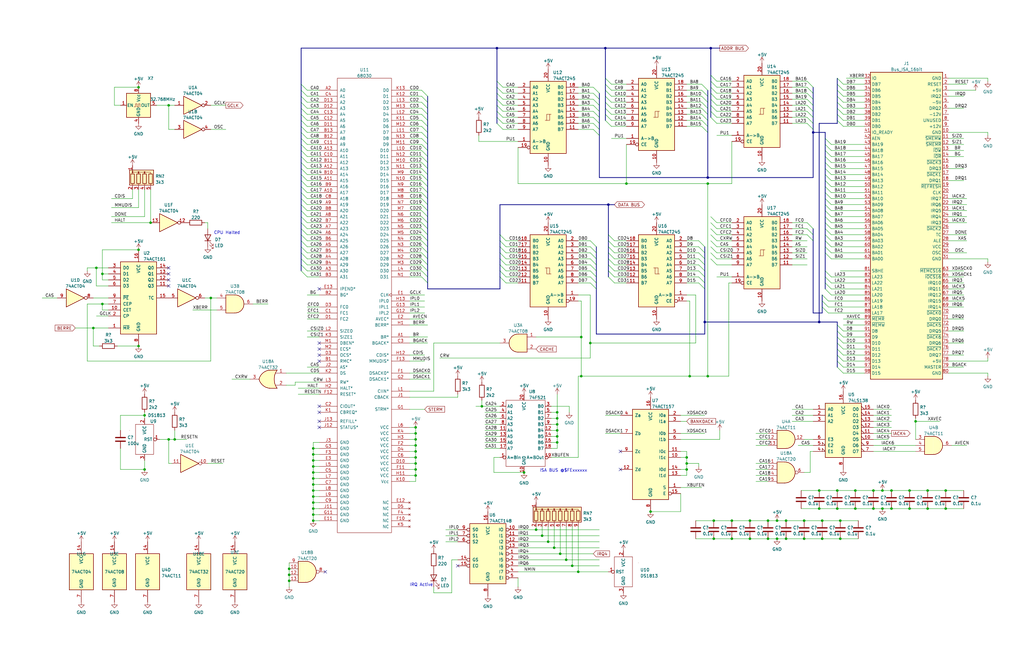
<source format=kicad_sch>
(kicad_sch (version 20211123) (generator eeschema)
  (paper "B")
  (title_block (title "68030 ISA Card") (rev "1") (company "Finitron"))
  (junction (at 245.11 158.75))
  (junction (at 360.68 207.01))
  (junction (at 345.44 135.89))
  (junction (at 234.95 181.61))
  (junction (at 175.26 182.88))
  (junction (at 398.78 207.01))
  (junction (at 234.95 176.53))
  (junction (at 88.9 125.73))
  (junction (at 339.09 219.71))
  (junction (at 372.11 207.01))
  (junction (at 298.45 74.93))
  (junction (at 238.76 236.22))
  (junction (at 290.83 158.75))
  (junction (at 175.26 195.58))
  (junction (at 298.45 158.75))
  (junction (at 234.95 184.15))
  (junction (at 289.56 198.12))
  (junction (at 175.26 185.42))
  (junction (at 243.84 241.3))
  (junction (at 132.08 196.85))
  (junction (at 316.23 227.33))
  (junction (at 234.95 179.07))
  (junction (at 316.23 219.71))
  (junction (at 132.08 209.55))
  (junction (at 342.9 55.88))
  (junction (at 354.33 227.33))
  (junction (at 132.08 204.47))
  (junction (at 43.18 115.57))
  (junction (at 256.54 86.36))
  (junction (at 391.16 207.01))
  (junction (at 297.18 135.89))
  (junction (at 354.33 219.71))
  (junction (at 299.72 20.32))
  (junction (at 323.85 227.33))
  (junction (at 327.66 219.71))
  (junction (at 60.96 175.26))
  (junction (at 331.47 227.33))
  (junction (at 245.11 142.24))
  (junction (at 58.42 105.41))
  (junction (at 323.85 219.71))
  (junction (at 132.08 189.23))
  (junction (at 398.78 214.63))
  (junction (at 209.55 20.32))
  (junction (at 274.32 215.9))
  (junction (at 289.56 193.04))
  (junction (at 353.06 207.01))
  (junction (at 234.95 186.69))
  (junction (at 39.37 138.43))
  (junction (at 339.09 227.33))
  (junction (at 289.56 195.58))
  (junction (at 60.96 198.12))
  (junction (at 203.2 171.45))
  (junction (at 132.08 194.31))
  (junction (at 391.16 214.63))
  (junction (at 255.27 20.32))
  (junction (at 175.26 187.96))
  (junction (at 121.92 242.57))
  (junction (at 132.08 212.09))
  (junction (at 383.54 214.63))
  (junction (at 308.61 227.33))
  (junction (at 121.92 245.11))
  (junction (at 58.42 146.05))
  (junction (at 353.06 214.63))
  (junction (at 73.66 185.42))
  (junction (at 132.08 191.77))
  (junction (at 345.44 214.63))
  (junction (at 132.08 219.71))
  (junction (at 71.12 185.42))
  (junction (at 175.26 190.5))
  (junction (at 383.54 207.01))
  (junction (at 226.06 223.52))
  (junction (at 241.3 238.76))
  (junction (at 175.26 180.34))
  (junction (at 331.47 219.71))
  (junction (at 132.08 201.93))
  (junction (at 175.26 193.04))
  (junction (at 71.12 44.45))
  (junction (at 132.08 217.17))
  (junction (at 298.45 77.47))
  (junction (at 63.5 93.98))
  (junction (at 248.92 144.78))
  (junction (at 40.64 113.03))
  (junction (at 175.26 200.66))
  (junction (at 233.68 231.14))
  (junction (at 368.3 207.01))
  (junction (at 264.16 77.47))
  (junction (at 231.14 228.6))
  (junction (at 236.22 233.68))
  (junction (at 121.92 240.03))
  (junction (at 43.18 128.27))
  (junction (at 386.08 177.8))
  (junction (at 234.95 173.99))
  (junction (at 372.11 214.63))
  (junction (at 228.6 226.06))
  (junction (at 300.99 227.33))
  (junction (at 220.98 199.39))
  (junction (at 132.08 207.01))
  (junction (at 360.68 214.63))
  (junction (at 132.08 214.63))
  (junction (at 58.42 36.83))
  (junction (at 300.99 219.71))
  (junction (at 345.44 207.01))
  (junction (at 368.3 214.63))
  (junction (at 346.71 219.71))
  (junction (at 346.71 227.33))
  (junction (at 308.61 219.71))
  (junction (at 375.92 214.63))
  (junction (at 327.66 227.33))
  (junction (at 175.26 198.12))
  (junction (at 132.08 199.39))
  (junction (at 375.92 207.01))
  (no_connect (at 261.62 190.5))
  (no_connect (at 261.62 198.12))
  (no_connect (at 193.04 238.76))
  (no_connect (at 71.12 113.03))
  (no_connect (at 71.12 115.57))
  (no_connect (at 71.12 118.11))
  (no_connect (at 71.12 120.65))
  (no_connect (at 134.62 121.92))
  (no_connect (at 134.62 177.8))
  (no_connect (at 134.62 173.99))
  (no_connect (at 134.62 180.34))
  (no_connect (at 134.62 171.45))
  (no_connect (at 134.62 144.78))
  (no_connect (at 134.62 147.32))
  (no_connect (at 134.62 152.4))
  (no_connect (at 134.62 149.86))
  (no_connect (at 137.16 241.3))
  (bus_entry (at 255.27 33.02) (size 2.54 2.54))
  (bus_entry (at 255.27 35.56) (size 2.54 2.54))
  (bus_entry (at 209.55 52.07) (size 2.54 2.54))
  (bus_entry (at 209.55 36.83) (size 2.54 2.54))
  (bus_entry (at 209.55 39.37) (size 2.54 2.54))
  (bus_entry (at 209.55 46.99) (size 2.54 2.54))
  (bus_entry (at 209.55 41.91) (size 2.54 2.54))
  (bus_entry (at 209.55 44.45) (size 2.54 2.54))
  (bus_entry (at 209.55 49.53) (size 2.54 2.54))
  (bus_entry (at 255.27 38.1) (size 2.54 2.54))
  (bus_entry (at 255.27 40.64) (size 2.54 2.54))
  (bus_entry (at 255.27 50.8) (size 2.54 2.54))
  (bus_entry (at 255.27 48.26) (size 2.54 2.54))
  (bus_entry (at 255.27 43.18) (size 2.54 2.54))
  (bus_entry (at 255.27 45.72) (size 2.54 2.54))
  (bus_entry (at 299.72 31.75) (size 2.54 2.54))
  (bus_entry (at 299.72 34.29) (size 2.54 2.54))
  (bus_entry (at 299.72 39.37) (size 2.54 2.54))
  (bus_entry (at 299.72 36.83) (size 2.54 2.54))
  (bus_entry (at 299.72 41.91) (size 2.54 2.54))
  (bus_entry (at 299.72 46.99) (size 2.54 2.54))
  (bus_entry (at 299.72 44.45) (size 2.54 2.54))
  (bus_entry (at 299.72 49.53) (size 2.54 2.54))
  (bus_entry (at 250.19 54.61) (size 2.54 2.54))
  (bus_entry (at 250.19 49.53) (size 2.54 2.54))
  (bus_entry (at 250.19 46.99) (size 2.54 2.54))
  (bus_entry (at 250.19 52.07) (size 2.54 2.54))
  (bus_entry (at 250.19 39.37) (size 2.54 2.54))
  (bus_entry (at 250.19 41.91) (size 2.54 2.54))
  (bus_entry (at 250.19 44.45) (size 2.54 2.54))
  (bus_entry (at 295.91 35.56) (size 2.54 2.54))
  (bus_entry (at 295.91 38.1) (size 2.54 2.54))
  (bus_entry (at 340.36 41.91) (size 2.54 2.54))
  (bus_entry (at 340.36 39.37) (size 2.54 2.54))
  (bus_entry (at 340.36 44.45) (size 2.54 2.54))
  (bus_entry (at 340.36 46.99) (size 2.54 2.54))
  (bus_entry (at 340.36 34.29) (size 2.54 2.54))
  (bus_entry (at 340.36 36.83) (size 2.54 2.54))
  (bus_entry (at 340.36 49.53) (size 2.54 2.54))
  (bus_entry (at 340.36 52.07) (size 2.54 2.54))
  (bus_entry (at 295.91 45.72) (size 2.54 2.54))
  (bus_entry (at 295.91 43.18) (size 2.54 2.54))
  (bus_entry (at 295.91 40.64) (size 2.54 2.54))
  (bus_entry (at 295.91 50.8) (size 2.54 2.54))
  (bus_entry (at 295.91 48.26) (size 2.54 2.54))
  (bus_entry (at 295.91 53.34) (size 2.54 2.54))
  (bus_entry (at 299.72 99.06) (size 2.54 2.54))
  (bus_entry (at 299.72 96.52) (size 2.54 2.54))
  (bus_entry (at 299.72 104.14) (size 2.54 2.54))
  (bus_entry (at 299.72 93.98) (size 2.54 2.54))
  (bus_entry (at 299.72 101.6) (size 2.54 2.54))
  (bus_entry (at 299.72 106.68) (size 2.54 2.54))
  (bus_entry (at 299.72 91.44) (size 2.54 2.54))
  (bus_entry (at 299.72 109.22) (size 2.54 2.54))
  (bus_entry (at 347.98 106.68) (size 2.54 2.54))
  (bus_entry (at 177.8 88.9) (size 2.54 2.54))
  (bus_entry (at 177.8 86.36) (size 2.54 2.54))
  (bus_entry (at 177.8 109.22) (size 2.54 2.54))
  (bus_entry (at 177.8 106.68) (size 2.54 2.54))
  (bus_entry (at 177.8 93.98) (size 2.54 2.54))
  (bus_entry (at 177.8 114.3) (size 2.54 2.54))
  (bus_entry (at 177.8 111.76) (size 2.54 2.54))
  (bus_entry (at 177.8 104.14) (size 2.54 2.54))
  (bus_entry (at 177.8 116.84) (size 2.54 2.54))
  (bus_entry (at 177.8 66.04) (size 2.54 2.54))
  (bus_entry (at 177.8 68.58) (size 2.54 2.54))
  (bus_entry (at 177.8 63.5) (size 2.54 2.54))
  (bus_entry (at 177.8 60.96) (size 2.54 2.54))
  (bus_entry (at 177.8 58.42) (size 2.54 2.54))
  (bus_entry (at 177.8 71.12) (size 2.54 2.54))
  (bus_entry (at 177.8 40.64) (size 2.54 2.54))
  (bus_entry (at 177.8 38.1) (size 2.54 2.54))
  (bus_entry (at 177.8 45.72) (size 2.54 2.54))
  (bus_entry (at 177.8 50.8) (size 2.54 2.54))
  (bus_entry (at 177.8 48.26) (size 2.54 2.54))
  (bus_entry (at 177.8 55.88) (size 2.54 2.54))
  (bus_entry (at 177.8 53.34) (size 2.54 2.54))
  (bus_entry (at 177.8 43.18) (size 2.54 2.54))
  (bus_entry (at 177.8 76.2) (size 2.54 2.54))
  (bus_entry (at 177.8 73.66) (size 2.54 2.54))
  (bus_entry (at 177.8 78.74) (size 2.54 2.54))
  (bus_entry (at 177.8 83.82) (size 2.54 2.54))
  (bus_entry (at 177.8 81.28) (size 2.54 2.54))
  (bus_entry (at 177.8 99.06) (size 2.54 2.54))
  (bus_entry (at 177.8 101.6) (size 2.54 2.54))
  (bus_entry (at 177.8 96.52) (size 2.54 2.54))
  (bus_entry (at 177.8 91.44) (size 2.54 2.54))
  (bus_entry (at 347.98 76.2) (size 2.54 2.54))
  (bus_entry (at 347.98 78.74) (size 2.54 2.54))
  (bus_entry (at 347.98 71.12) (size 2.54 2.54))
  (bus_entry (at 347.98 73.66) (size 2.54 2.54))
  (bus_entry (at 347.98 68.58) (size 2.54 2.54))
  (bus_entry (at 347.98 66.04) (size 2.54 2.54))
  (bus_entry (at 347.98 63.5) (size 2.54 2.54))
  (bus_entry (at 347.98 60.96) (size 2.54 2.54))
  (bus_entry (at 347.98 58.42) (size 2.54 2.54))
  (bus_entry (at 347.98 83.82) (size 2.54 2.54))
  (bus_entry (at 347.98 81.28) (size 2.54 2.54))
  (bus_entry (at 347.98 91.44) (size 2.54 2.54))
  (bus_entry (at 347.98 93.98) (size 2.54 2.54))
  (bus_entry (at 347.98 96.52) (size 2.54 2.54))
  (bus_entry (at 347.98 86.36) (size 2.54 2.54))
  (bus_entry (at 347.98 88.9) (size 2.54 2.54))
  (bus_entry (at 347.98 116.84) (size 2.54 2.54))
  (bus_entry (at 347.98 104.14) (size 2.54 2.54))
  (bus_entry (at 347.98 101.6) (size 2.54 2.54))
  (bus_entry (at 347.98 99.06) (size 2.54 2.54))
  (bus_entry (at 347.98 121.92) (size 2.54 2.54))
  (bus_entry (at 347.98 114.3) (size 2.54 2.54))
  (bus_entry (at 347.98 119.38) (size 2.54 2.54))
  (bus_entry (at 127 104.14) (size 2.54 2.54))
  (bus_entry (at 127 109.22) (size 2.54 2.54))
  (bus_entry (at 127 111.76) (size 2.54 2.54))
  (bus_entry (at 127 106.68) (size 2.54 2.54))
  (bus_entry (at 127 114.3) (size 2.54 2.54))
  (bus_entry (at 127 71.12) (size 2.54 2.54))
  (bus_entry (at 127 68.58) (size 2.54 2.54))
  (bus_entry (at 127 58.42) (size 2.54 2.54))
  (bus_entry (at 127 55.88) (size 2.54 2.54))
  (bus_entry (at 127 60.96) (size 2.54 2.54))
  (bus_entry (at 127 63.5) (size 2.54 2.54))
  (bus_entry (at 127 66.04) (size 2.54 2.54))
  (bus_entry (at 127 53.34) (size 2.54 2.54))
  (bus_entry (at 127 50.8) (size 2.54 2.54))
  (bus_entry (at 127 48.26) (size 2.54 2.54))
  (bus_entry (at 127 78.74) (size 2.54 2.54))
  (bus_entry (at 127 76.2) (size 2.54 2.54))
  (bus_entry (at 127 73.66) (size 2.54 2.54))
  (bus_entry (at 127 96.52) (size 2.54 2.54))
  (bus_entry (at 127 91.44) (size 2.54 2.54))
  (bus_entry (at 127 93.98) (size 2.54 2.54))
  (bus_entry (at 127 99.06) (size 2.54 2.54))
  (bus_entry (at 127 101.6) (size 2.54 2.54))
  (bus_entry (at 127 81.28) (size 2.54 2.54))
  (bus_entry (at 127 86.36) (size 2.54 2.54))
  (bus_entry (at 127 83.82) (size 2.54 2.54))
  (bus_entry (at 127 88.9) (size 2.54 2.54))
  (bus_entry (at 127 45.72) (size 2.54 2.54))
  (bus_entry (at 127 43.18) (size 2.54 2.54))
  (bus_entry (at 127 35.56) (size 2.54 2.54))
  (bus_entry (at 127 38.1) (size 2.54 2.54))
  (bus_entry (at 127 40.64) (size 2.54 2.54))
  (bus_entry (at 340.36 93.98) (size 2.54 2.54))
  (bus_entry (at 340.36 99.06) (size 2.54 2.54))
  (bus_entry (at 340.36 96.52) (size 2.54 2.54))
  (bus_entry (at 346.71 124.46) (size 2.54 2.54))
  (bus_entry (at 346.71 129.54) (size 2.54 2.54))
  (bus_entry (at 346.71 127) (size 2.54 2.54))
  (bus_entry (at 256.54 109.22) (size 2.54 2.54))
  (bus_entry (at 256.54 111.76) (size 2.54 2.54))
  (bus_entry (at 256.54 104.14) (size 2.54 2.54))
  (bus_entry (at 256.54 101.6) (size 2.54 2.54))
  (bus_entry (at 256.54 106.68) (size 2.54 2.54))
  (bus_entry (at 210.82 101.6) (size 2.54 2.54))
  (bus_entry (at 210.82 106.68) (size 2.54 2.54))
  (bus_entry (at 210.82 104.14) (size 2.54 2.54))
  (bus_entry (at 210.82 109.22) (size 2.54 2.54))
  (bus_entry (at 210.82 111.76) (size 2.54 2.54))
  (bus_entry (at 210.82 99.06) (size 2.54 2.54))
  (bus_entry (at 210.82 114.3) (size 2.54 2.54))
  (bus_entry (at 210.82 116.84) (size 2.54 2.54))
  (bus_entry (at 256.54 99.06) (size 2.54 2.54))
  (bus_entry (at 256.54 114.3) (size 2.54 2.54))
  (bus_entry (at 256.54 116.84) (size 2.54 2.54))
  (bus_entry (at 209.55 34.29) (size 2.54 2.54))
  (bus_entry (at 353.06 33.02) (size 2.54 2.54))
  (bus_entry (at 353.06 35.56) (size 2.54 2.54))
  (bus_entry (at 353.06 38.1) (size 2.54 2.54))
  (bus_entry (at 353.06 43.18) (size 2.54 2.54))
  (bus_entry (at 353.06 45.72) (size 2.54 2.54))
  (bus_entry (at 353.06 40.64) (size 2.54 2.54))
  (bus_entry (at 353.06 48.26) (size 2.54 2.54))
  (bus_entry (at 353.06 154.94) (size 2.54 2.54))
  (bus_entry (at 353.06 152.4) (size 2.54 2.54))
  (bus_entry (at 353.06 50.8) (size 2.54 2.54))
  (bus_entry (at 353.06 142.24) (size 2.54 2.54))
  (bus_entry (at 353.06 144.78) (size 2.54 2.54))
  (bus_entry (at 353.06 147.32) (size 2.54 2.54))
  (bus_entry (at 353.06 149.86) (size 2.54 2.54))
  (bus_entry (at 353.06 139.7) (size 2.54 2.54))
  (bus_entry (at 353.06 137.16) (size 2.54 2.54))
  (bus_entry (at 248.92 114.3) (size 2.54 2.54))
  (bus_entry (at 248.92 109.22) (size 2.54 2.54))
  (bus_entry (at 248.92 106.68) (size 2.54 2.54))
  (bus_entry (at 294.64 109.22) (size 2.54 2.54))
  (bus_entry (at 294.64 101.6) (size 2.54 2.54))
  (bus_entry (at 294.64 104.14) (size 2.54 2.54))
  (bus_entry (at 294.64 111.76) (size 2.54 2.54))
  (bus_entry (at 294.64 114.3) (size 2.54 2.54))
  (bus_entry (at 294.64 116.84) (size 2.54 2.54))
  (bus_entry (at 294.64 119.38) (size 2.54 2.54))
  (bus_entry (at 248.92 104.14) (size 2.54 2.54))
  (bus_entry (at 248.92 101.6) (size 2.54 2.54))
  (bus_entry (at 248.92 111.76) (size 2.54 2.54))
  (bus_entry (at 248.92 116.84) (size 2.54 2.54))
  (bus_entry (at 248.92 119.38) (size 2.54 2.54))
  (bus_entry (at 294.64 106.68) (size 2.54 2.54))
  (bus_entry (at 250.19 36.83) (size 2.54 2.54))
  (wire (pts (xy 129.54 114.3) (xy 134.62 114.3)))
  (wire (pts (xy 345.44 207.01) (xy 353.06 207.01)))
  (wire (pts (xy 350.52 124.46) (xy 364.49 124.46)))
  (wire (pts (xy 400.05 71.12) (xy 406.4 71.12)))
  (wire (pts (xy 375.92 207.01) (xy 383.54 207.01)))
  (wire (pts (xy 316.23 227.33) (xy 323.85 227.33)))
  (wire (pts (xy 287.02 177.8) (xy 289.56 177.8)))
  (wire (pts (xy 36.83 128.27) (xy 36.83 152.4)))
  (wire (pts (xy 334.01 46.99) (xy 340.36 46.99)))
  (wire (pts (xy 172.72 152.4) (xy 179.07 152.4)))
  (wire (pts (xy 132.08 199.39) (xy 132.08 201.93)))
  (bus (pts (xy 127 43.18) (xy 127 40.64)))
  (wire (pts (xy 129.54 43.18) (xy 134.62 43.18)))
  (bus (pts (xy 180.34 71.12) (xy 180.34 73.66)))
  (wire (pts (xy 337.82 214.63) (xy 345.44 214.63)))
  (wire (pts (xy 24.13 125.73) (xy 17.78 125.73)))
  (wire (pts (xy 232.41 171.45) (xy 240.03 171.45)))
  (wire (pts (xy 264.16 116.84) (xy 259.08 116.84)))
  (wire (pts (xy 172.72 200.66) (xy 175.26 200.66)))
  (wire (pts (xy 289.56 43.18) (xy 295.91 43.18)))
  (bus (pts (xy 347.98 83.82) (xy 347.98 81.28)))
  (wire (pts (xy 364.49 134.62) (xy 355.6 134.62)))
  (wire (pts (xy 193.04 226.06) (xy 187.96 226.06)))
  (wire (pts (xy 243.84 241.3) (xy 256.54 241.3)))
  (bus (pts (xy 255.27 45.72) (xy 255.27 43.18)))
  (wire (pts (xy 350.52 83.82) (xy 364.49 83.82)))
  (wire (pts (xy 190.5 236.22) (xy 190.5 250.19)))
  (wire (pts (xy 264.16 38.1) (xy 257.81 38.1)))
  (wire (pts (xy 398.78 214.63) (xy 406.4 214.63)))
  (bus (pts (xy 297.18 116.84) (xy 297.18 114.3)))
  (bus (pts (xy 297.18 135.89) (xy 297.18 121.92)))
  (wire (pts (xy 264.16 104.14) (xy 259.08 104.14)))
  (wire (pts (xy 346.71 219.71) (xy 354.33 219.71)))
  (wire (pts (xy 323.85 219.71) (xy 327.66 219.71)))
  (wire (pts (xy 175.26 187.96) (xy 175.26 185.42)))
  (wire (pts (xy 416.56 151.13) (xy 416.56 152.4)))
  (wire (pts (xy 334.01 49.53) (xy 340.36 49.53)))
  (wire (pts (xy 364.49 139.7) (xy 355.6 139.7)))
  (bus (pts (xy 127 73.66) (xy 127 71.12)))
  (wire (pts (xy 364.49 45.72) (xy 355.6 45.72)))
  (wire (pts (xy 129.54 50.8) (xy 134.62 50.8)))
  (bus (pts (xy 127 106.68) (xy 127 104.14)))
  (wire (pts (xy 134.62 217.17) (xy 132.08 217.17)))
  (wire (pts (xy 232.41 189.23) (xy 234.95 189.23)))
  (wire (pts (xy 400.05 116.84) (xy 406.4 116.84)))
  (wire (pts (xy 323.85 198.12) (xy 318.77 198.12)))
  (bus (pts (xy 180.34 86.36) (xy 180.34 88.9)))
  (wire (pts (xy 129.54 101.6) (xy 134.62 101.6)))
  (wire (pts (xy 400.05 76.2) (xy 406.4 76.2)))
  (wire (pts (xy 334.01 52.07) (xy 340.36 52.07)))
  (bus (pts (xy 180.34 55.88) (xy 180.34 58.42)))
  (wire (pts (xy 416.56 55.88) (xy 400.05 55.88)))
  (bus (pts (xy 252.73 41.91) (xy 252.73 44.45)))
  (wire (pts (xy 364.49 53.34) (xy 355.6 53.34)))
  (wire (pts (xy 134.62 191.77) (xy 132.08 191.77)))
  (wire (pts (xy 364.49 144.78) (xy 355.6 144.78)))
  (wire (pts (xy 293.37 219.71) (xy 300.99 219.71)))
  (wire (pts (xy 400.05 124.46) (xy 406.4 124.46)))
  (wire (pts (xy 182.88 250.19) (xy 182.88 247.65)))
  (wire (pts (xy 232.41 176.53) (xy 234.95 176.53)))
  (wire (pts (xy 172.72 124.46) (xy 179.07 124.46)))
  (wire (pts (xy 264.16 77.47) (xy 298.45 77.47)))
  (wire (pts (xy 323.85 187.96) (xy 318.77 187.96)))
  (bus (pts (xy 353.06 147.32) (xy 353.06 144.78)))
  (bus (pts (xy 251.46 111.76) (xy 251.46 114.3)))
  (wire (pts (xy 172.72 182.88) (xy 175.26 182.88)))
  (bus (pts (xy 297.18 106.68) (xy 297.18 104.14)))
  (wire (pts (xy 400.05 121.92) (xy 406.4 121.92)))
  (bus (pts (xy 127 114.3) (xy 127 111.76)))
  (wire (pts (xy 350.52 119.38) (xy 364.49 119.38)))
  (wire (pts (xy 121.92 242.57) (xy 121.92 245.11)))
  (wire (pts (xy 86.36 125.73) (xy 88.9 125.73)))
  (wire (pts (xy 106.68 128.27) (xy 113.03 128.27)))
  (bus (pts (xy 180.34 114.3) (xy 180.34 116.84)))
  (wire (pts (xy 134.62 186.69) (xy 132.08 186.69)))
  (wire (pts (xy 400.05 93.98) (xy 407.67 93.98)))
  (wire (pts (xy 302.26 99.06) (xy 308.61 99.06)))
  (bus (pts (xy 298.45 43.18) (xy 298.45 45.72)))
  (wire (pts (xy 400.05 91.44) (xy 407.67 91.44)))
  (bus (pts (xy 353.06 35.56) (xy 353.06 38.1)))
  (wire (pts (xy 234.95 173.99) (xy 232.41 173.99)))
  (bus (pts (xy 299.72 36.83) (xy 299.72 39.37)))
  (wire (pts (xy 129.54 55.88) (xy 134.62 55.88)))
  (wire (pts (xy 129.54 68.58) (xy 134.62 68.58)))
  (bus (pts (xy 210.82 86.36) (xy 210.82 99.06)))
  (wire (pts (xy 368.3 190.5) (xy 386.08 190.5)))
  (wire (pts (xy 203.2 171.45) (xy 210.82 171.45)))
  (bus (pts (xy 180.34 53.34) (xy 180.34 55.88)))
  (wire (pts (xy 308.61 46.99) (xy 302.26 46.99)))
  (wire (pts (xy 364.49 50.8) (xy 355.6 50.8)))
  (wire (pts (xy 350.52 91.44) (xy 364.49 91.44)))
  (wire (pts (xy 175.26 198.12) (xy 175.26 195.58)))
  (bus (pts (xy 347.98 121.92) (xy 347.98 119.38)))
  (wire (pts (xy 289.56 40.64) (xy 295.91 40.64)))
  (wire (pts (xy 36.83 113.03) (xy 36.83 114.3)))
  (wire (pts (xy 129.54 116.84) (xy 134.62 116.84)))
  (bus (pts (xy 127 109.22) (xy 127 106.68)))
  (bus (pts (xy 127 66.04) (xy 127 63.5)))
  (wire (pts (xy 293.37 124.46) (xy 289.56 124.46)))
  (bus (pts (xy 210.82 109.22) (xy 210.82 111.76)))
  (bus (pts (xy 299.72 31.75) (xy 299.72 34.29)))
  (wire (pts (xy 308.61 39.37) (xy 302.26 39.37)))
  (wire (pts (xy 134.62 196.85) (xy 132.08 196.85)))
  (wire (pts (xy 400.05 114.3) (xy 406.4 114.3)))
  (bus (pts (xy 342.9 101.6) (xy 342.9 132.08)))
  (wire (pts (xy 339.09 219.71) (xy 346.71 219.71)))
  (bus (pts (xy 347.98 91.44) (xy 347.98 88.9)))
  (wire (pts (xy 302.26 104.14) (xy 308.61 104.14)))
  (wire (pts (xy 264.16 114.3) (xy 259.08 114.3)))
  (wire (pts (xy 175.26 185.42) (xy 175.26 182.88)))
  (wire (pts (xy 134.62 154.94) (xy 129.54 154.94)))
  (bus (pts (xy 210.82 121.92) (xy 180.34 121.92)))
  (wire (pts (xy 248.92 109.22) (xy 243.84 109.22)))
  (wire (pts (xy 172.72 71.12) (xy 177.8 71.12)))
  (wire (pts (xy 264.16 106.68) (xy 259.08 106.68)))
  (wire (pts (xy 60.96 91.44) (xy 46.99 91.44)))
  (wire (pts (xy 302.26 111.76) (xy 308.61 111.76)))
  (bus (pts (xy 347.98 101.6) (xy 347.98 99.06)))
  (wire (pts (xy 316.23 219.71) (xy 323.85 219.71)))
  (wire (pts (xy 232.41 186.69) (xy 234.95 186.69)))
  (wire (pts (xy 294.64 101.6) (xy 289.56 101.6)))
  (wire (pts (xy 308.61 116.84) (xy 302.26 116.84)))
  (bus (pts (xy 342.9 55.88) (xy 342.9 54.61)))
  (wire (pts (xy 201.93 59.69) (xy 218.44 59.69)))
  (wire (pts (xy 210.82 173.99) (xy 204.47 173.99)))
  (wire (pts (xy 400.05 40.64) (xy 406.4 40.64)))
  (wire (pts (xy 175.26 190.5) (xy 175.26 187.96)))
  (bus (pts (xy 251.46 140.97) (xy 297.18 140.97)))
  (wire (pts (xy 300.99 219.71) (xy 308.61 219.71)))
  (wire (pts (xy 289.56 195.58) (xy 289.56 193.04)))
  (wire (pts (xy 334.01 36.83) (xy 340.36 36.83)))
  (wire (pts (xy 337.82 207.01) (xy 345.44 207.01)))
  (wire (pts (xy 372.11 214.63) (xy 375.92 214.63)))
  (wire (pts (xy 245.11 142.24) (xy 226.06 142.24)))
  (bus (pts (xy 298.45 38.1) (xy 298.45 40.64)))
  (wire (pts (xy 308.61 119.38) (xy 307.34 119.38)))
  (wire (pts (xy 342.9 172.72) (xy 334.01 172.72)))
  (wire (pts (xy 129.54 83.82) (xy 134.62 83.82)))
  (bus (pts (xy 299.72 46.99) (xy 299.72 49.53)))
  (wire (pts (xy 287.02 215.9) (xy 274.32 215.9)))
  (wire (pts (xy 41.91 146.05) (xy 39.37 146.05)))
  (wire (pts (xy 386.08 176.53) (xy 386.08 177.8)))
  (wire (pts (xy 71.12 54.61) (xy 73.66 54.61)))
  (bus (pts (xy 127 63.5) (xy 127 60.96)))
  (wire (pts (xy 350.52 76.2) (xy 364.49 76.2)))
  (bus (pts (xy 353.06 139.7) (xy 353.06 137.16)))
  (bus (pts (xy 346.71 127) (xy 346.71 129.54)))
  (bus (pts (xy 347.98 73.66) (xy 347.98 71.12)))
  (wire (pts (xy 243.84 124.46) (xy 248.92 124.46)))
  (wire (pts (xy 334.01 96.52) (xy 340.36 96.52)))
  (wire (pts (xy 132.08 186.69) (xy 132.08 189.23)))
  (wire (pts (xy 129.54 38.1) (xy 134.62 38.1)))
  (wire (pts (xy 71.12 195.58) (xy 71.12 185.42)))
  (wire (pts (xy 87.63 195.58) (xy 93.98 195.58)))
  (bus (pts (xy 347.98 116.84) (xy 347.98 114.3)))
  (wire (pts (xy 308.61 36.83) (xy 302.26 36.83)))
  (bus (pts (xy 342.9 96.52) (xy 342.9 99.06)))
  (bus (pts (xy 127 76.2) (xy 127 73.66)))
  (bus (pts (xy 353.06 33.02) (xy 353.06 35.56)))
  (wire (pts (xy 172.72 134.62) (xy 179.07 134.62)))
  (wire (pts (xy 129.54 91.44) (xy 134.62 91.44)))
  (wire (pts (xy 302.26 93.98) (xy 308.61 93.98)))
  (wire (pts (xy 73.66 181.61) (xy 73.66 185.42)))
  (wire (pts (xy 290.83 127) (xy 289.56 127)))
  (wire (pts (xy 287.02 205.74) (xy 295.91 205.74)))
  (bus (pts (xy 342.9 74.93) (xy 342.9 55.88)))
  (bus (pts (xy 210.82 114.3) (xy 210.82 116.84)))
  (wire (pts (xy 308.61 59.69) (xy 308.61 77.47)))
  (wire (pts (xy 208.28 193.04) (xy 208.28 199.39)))
  (wire (pts (xy 48.26 44.45) (xy 48.26 36.83)))
  (bus (pts (xy 256.54 99.06) (xy 256.54 86.36)))
  (bus (pts (xy 127 60.96) (xy 127 58.42)))
  (wire (pts (xy 331.47 227.33) (xy 339.09 227.33)))
  (bus (pts (xy 347.98 86.36) (xy 347.98 83.82)))
  (wire (pts (xy 294.64 106.68) (xy 289.56 106.68)))
  (wire (pts (xy 416.56 109.22) (xy 400.05 109.22)))
  (bus (pts (xy 180.34 45.72) (xy 180.34 48.26)))
  (wire (pts (xy 121.92 237.49) (xy 121.92 240.03)))
  (wire (pts (xy 400.05 139.7) (xy 406.4 139.7)))
  (wire (pts (xy 264.16 48.26) (xy 257.81 48.26)))
  (wire (pts (xy 400.05 63.5) (xy 406.4 63.5)))
  (wire (pts (xy 172.72 185.42) (xy 175.26 185.42)))
  (wire (pts (xy 350.52 96.52) (xy 364.49 96.52)))
  (wire (pts (xy 339.09 199.39) (xy 341.63 199.39)))
  (bus (pts (xy 347.98 71.12) (xy 347.98 68.58)))
  (wire (pts (xy 350.52 109.22) (xy 364.49 109.22)))
  (wire (pts (xy 364.49 147.32) (xy 355.6 147.32)))
  (wire (pts (xy 350.52 68.58) (xy 364.49 68.58)))
  (bus (pts (xy 127 99.06) (xy 127 96.52)))
  (wire (pts (xy 400.05 129.54) (xy 406.4 129.54)))
  (wire (pts (xy 323.85 195.58) (xy 318.77 195.58)))
  (wire (pts (xy 334.01 99.06) (xy 340.36 99.06)))
  (wire (pts (xy 307.34 158.75) (xy 298.45 158.75)))
  (wire (pts (xy 300.99 227.33) (xy 308.61 227.33)))
  (wire (pts (xy 210.82 176.53) (xy 204.47 176.53)))
  (wire (pts (xy 190.5 250.19) (xy 182.88 250.19)))
  (bus (pts (xy 347.98 96.52) (xy 347.98 93.98)))
  (wire (pts (xy 172.72 73.66) (xy 177.8 73.66)))
  (bus (pts (xy 209.55 20.32) (xy 255.27 20.32)))
  (wire (pts (xy 383.54 207.01) (xy 391.16 207.01)))
  (wire (pts (xy 172.72 60.96) (xy 177.8 60.96)))
  (wire (pts (xy 400.05 119.38) (xy 406.4 119.38)))
  (wire (pts (xy 261.62 182.88) (xy 255.27 182.88)))
  (bus (pts (xy 180.34 50.8) (xy 180.34 53.34)))
  (bus (pts (xy 251.46 109.22) (xy 251.46 111.76)))
  (wire (pts (xy 350.52 86.36) (xy 364.49 86.36)))
  (wire (pts (xy 48.26 36.83) (xy 58.42 36.83)))
  (wire (pts (xy 129.54 60.96) (xy 134.62 60.96)))
  (wire (pts (xy 60.96 198.12) (xy 60.96 194.31)))
  (wire (pts (xy 218.44 109.22) (xy 213.36 109.22)))
  (wire (pts (xy 308.61 49.53) (xy 302.26 49.53)))
  (bus (pts (xy 210.82 86.36) (xy 256.54 86.36)))
  (wire (pts (xy 45.72 130.81) (xy 43.18 130.81)))
  (wire (pts (xy 172.72 149.86) (xy 179.07 149.86)))
  (wire (pts (xy 232.41 193.04) (xy 243.84 193.04)))
  (wire (pts (xy 334.01 104.14) (xy 340.36 104.14)))
  (wire (pts (xy 39.37 146.05) (xy 39.37 138.43)))
  (wire (pts (xy 50.8 198.12) (xy 60.96 198.12)))
  (wire (pts (xy 129.54 96.52) (xy 134.62 96.52)))
  (wire (pts (xy 364.49 132.08) (xy 349.25 132.08)))
  (wire (pts (xy 334.01 44.45) (xy 340.36 44.45)))
  (wire (pts (xy 172.72 58.42) (xy 177.8 58.42)))
  (wire (pts (xy 200.66 171.45) (xy 203.2 171.45)))
  (wire (pts (xy 45.72 133.35) (xy 40.64 133.35)))
  (bus (pts (xy 127 88.9) (xy 127 86.36)))
  (wire (pts (xy 218.44 39.37) (xy 212.09 39.37)))
  (wire (pts (xy 287.02 198.12) (xy 289.56 198.12)))
  (bus (pts (xy 209.55 41.91) (xy 209.55 39.37)))
  (wire (pts (xy 364.49 142.24) (xy 355.6 142.24)))
  (wire (pts (xy 289.56 190.5) (xy 287.02 190.5)))
  (wire (pts (xy 243.84 36.83) (xy 250.19 36.83)))
  (wire (pts (xy 50.8 189.23) (xy 50.8 198.12)))
  (wire (pts (xy 238.76 222.25) (xy 238.76 236.22)))
  (wire (pts (xy 124.46 161.29) (xy 124.46 162.56)))
  (bus (pts (xy 347.98 78.74) (xy 347.98 76.2)))
  (wire (pts (xy 208.28 199.39) (xy 220.98 199.39)))
  (wire (pts (xy 134.62 163.83) (xy 125.73 163.83)))
  (wire (pts (xy 218.44 114.3) (xy 213.36 114.3)))
  (bus (pts (xy 342.9 99.06) (xy 342.9 101.6)))
  (bus (pts (xy 342.9 46.99) (xy 342.9 44.45)))
  (wire (pts (xy 172.72 66.04) (xy 177.8 66.04)))
  (bus (pts (xy 180.34 101.6) (xy 180.34 104.14)))
  (wire (pts (xy 210.82 179.07) (xy 204.47 179.07)))
  (wire (pts (xy 132.08 207.01) (xy 132.08 209.55)))
  (bus (pts (xy 252.73 44.45) (xy 252.73 46.99)))
  (wire (pts (xy 218.44 243.84) (xy 218.44 247.65)))
  (bus (pts (xy 255.27 33.02) (xy 255.27 20.32)))
  (wire (pts (xy 172.72 55.88) (xy 177.8 55.88)))
  (wire (pts (xy 193.04 228.6) (xy 187.96 228.6)))
  (bus (pts (xy 297.18 111.76) (xy 297.18 109.22)))
  (wire (pts (xy 134.62 194.31) (xy 132.08 194.31)))
  (wire (pts (xy 350.52 101.6) (xy 364.49 101.6)))
  (bus (pts (xy 299.72 34.29) (xy 299.72 36.83)))
  (bus (pts (xy 180.34 66.04) (xy 180.34 68.58)))
  (bus (pts (xy 180.34 119.38) (xy 180.34 121.92)))
  (wire (pts (xy 175.26 203.2) (xy 175.26 200.66)))
  (wire (pts (xy 129.54 111.76) (xy 134.62 111.76)))
  (wire (pts (xy 323.85 227.33) (xy 327.66 227.33)))
  (bus (pts (xy 180.34 76.2) (xy 180.34 78.74)))
  (wire (pts (xy 129.54 40.64) (xy 134.62 40.64)))
  (wire (pts (xy 364.49 43.18) (xy 355.6 43.18)))
  (wire (pts (xy 248.92 151.13) (xy 185.42 151.13)))
  (bus (pts (xy 347.98 63.5) (xy 347.98 60.96)))
  (wire (pts (xy 129.54 99.06) (xy 134.62 99.06)))
  (wire (pts (xy 368.3 177.8) (xy 375.92 177.8)))
  (wire (pts (xy 172.72 129.54) (xy 179.07 129.54)))
  (wire (pts (xy 372.11 207.01) (xy 375.92 207.01)))
  (wire (pts (xy 364.49 38.1) (xy 355.6 38.1)))
  (wire (pts (xy 368.3 172.72) (xy 375.92 172.72)))
  (bus (pts (xy 342.9 49.53) (xy 342.9 46.99)))
  (wire (pts (xy 298.45 77.47) (xy 298.45 158.75)))
  (wire (pts (xy 134.62 129.54) (xy 129.54 129.54)))
  (wire (pts (xy 391.16 207.01) (xy 398.78 207.01)))
  (wire (pts (xy 341.63 190.5) (xy 342.9 190.5)))
  (bus (pts (xy 180.34 96.52) (xy 180.34 99.06)))
  (wire (pts (xy 368.3 182.88) (xy 375.92 182.88)))
  (wire (pts (xy 350.52 63.5) (xy 364.49 63.5)))
  (wire (pts (xy 129.54 78.74) (xy 134.62 78.74)))
  (wire (pts (xy 132.08 191.77) (xy 132.08 194.31)))
  (wire (pts (xy 334.01 34.29) (xy 340.36 34.29)))
  (wire (pts (xy 416.56 33.02) (xy 416.56 34.29)))
  (bus (pts (xy 353.06 40.64) (xy 353.06 43.18)))
  (wire (pts (xy 350.52 73.66) (xy 364.49 73.66)))
  (wire (pts (xy 400.05 33.02) (xy 416.56 33.02)))
  (bus (pts (xy 347.98 58.42) (xy 347.98 55.88)))
  (wire (pts (xy 132.08 196.85) (xy 132.08 199.39)))
  (bus (pts (xy 347.98 55.88) (xy 342.9 55.88)))
  (wire (pts (xy 287.02 182.88) (xy 297.18 182.88)))
  (wire (pts (xy 368.3 214.63) (xy 372.11 214.63)))
  (wire (pts (xy 323.85 200.66) (xy 318.77 200.66)))
  (bus (pts (xy 256.54 106.68) (xy 256.54 104.14)))
  (wire (pts (xy 234.95 186.69) (xy 234.95 184.15)))
  (wire (pts (xy 345.44 214.63) (xy 353.06 214.63)))
  (wire (pts (xy 172.72 111.76) (xy 177.8 111.76)))
  (wire (pts (xy 264.16 50.8) (xy 257.81 50.8)))
  (wire (pts (xy 134.62 209.55) (xy 132.08 209.55)))
  (wire (pts (xy 58.42 80.01) (xy 58.42 87.63)))
  (bus (pts (xy 209.55 52.07) (xy 209.55 49.53)))
  (wire (pts (xy 228.6 226.06) (xy 252.73 226.06)))
  (wire (pts (xy 400.05 86.36) (xy 407.67 86.36)))
  (bus (pts (xy 210.82 106.68) (xy 210.82 109.22)))
  (wire (pts (xy 290.83 158.75) (xy 290.83 127)))
  (wire (pts (xy 264.16 58.42) (xy 257.81 58.42)))
  (wire (pts (xy 88.9 54.61) (xy 95.25 54.61)))
  (wire (pts (xy 236.22 222.25) (xy 236.22 233.68)))
  (wire (pts (xy 248.92 111.76) (xy 243.84 111.76)))
  (bus (pts (xy 256.54 116.84) (xy 256.54 114.3)))
  (bus (pts (xy 353.06 48.26) (xy 353.06 50.8)))
  (wire (pts (xy 236.22 233.68) (xy 250.19 233.68)))
  (bus (pts (xy 297.18 109.22) (xy 297.18 106.68)))
  (wire (pts (xy 172.72 68.58) (xy 177.8 68.58)))
  (bus (pts (xy 252.73 57.15) (xy 252.73 74.93)))
  (wire (pts (xy 129.54 76.2) (xy 134.62 76.2)))
  (wire (pts (xy 289.56 193.04) (xy 289.56 190.5)))
  (wire (pts (xy 66.04 44.45) (xy 71.12 44.45)))
  (bus (pts (xy 297.18 121.92) (xy 297.18 119.38)))
  (wire (pts (xy 218.44 104.14) (xy 213.36 104.14)))
  (wire (pts (xy 105.41 160.02) (xy 97.79 160.02)))
  (wire (pts (xy 182.88 144.78) (xy 182.88 165.1)))
  (bus (pts (xy 209.55 44.45) (xy 209.55 41.91)))
  (wire (pts (xy 360.68 207.01) (xy 368.3 207.01)))
  (bus (pts (xy 209.55 49.53) (xy 209.55 46.99)))
  (wire (pts (xy 210.82 184.15) (xy 204.47 184.15)))
  (wire (pts (xy 400.05 154.94) (xy 406.4 154.94)))
  (wire (pts (xy 172.72 198.12) (xy 175.26 198.12)))
  (wire (pts (xy 346.71 227.33) (xy 354.33 227.33)))
  (bus (pts (xy 353.06 38.1) (xy 353.06 40.64)))
  (bus (pts (xy 180.34 48.26) (xy 180.34 50.8)))
  (wire (pts (xy 400.05 101.6) (xy 407.67 101.6)))
  (wire (pts (xy 264.16 109.22) (xy 259.08 109.22)))
  (wire (pts (xy 172.72 38.1) (xy 177.8 38.1)))
  (wire (pts (xy 172.72 53.34) (xy 177.8 53.34)))
  (bus (pts (xy 180.34 88.9) (xy 180.34 91.44)))
  (wire (pts (xy 172.72 167.64) (xy 193.04 167.64)))
  (wire (pts (xy 294.64 109.22) (xy 289.56 109.22)))
  (bus (pts (xy 209.55 39.37) (xy 209.55 36.83)))
  (bus (pts (xy 347.98 76.2) (xy 347.98 73.66)))
  (wire (pts (xy 307.34 119.38) (xy 307.34 158.75)))
  (wire (pts (xy 182.88 165.1) (xy 172.72 165.1)))
  (bus (pts (xy 127 20.32) (xy 209.55 20.32)))
  (bus (pts (xy 299.72 44.45) (xy 299.72 46.99)))
  (wire (pts (xy 210.82 144.78) (xy 182.88 144.78)))
  (wire (pts (xy 132.08 194.31) (xy 132.08 196.85)))
  (wire (pts (xy 45.72 120.65) (xy 40.64 120.65)))
  (wire (pts (xy 293.37 227.33) (xy 300.99 227.33)))
  (bus (pts (xy 127 91.44) (xy 127 88.9)))
  (bus (pts (xy 298.45 48.26) (xy 298.45 50.8)))
  (wire (pts (xy 334.01 109.22) (xy 340.36 109.22)))
  (wire (pts (xy 134.62 214.63) (xy 132.08 214.63)))
  (wire (pts (xy 248.92 116.84) (xy 243.84 116.84)))
  (wire (pts (xy 218.44 223.52) (xy 226.06 223.52)))
  (bus (pts (xy 255.27 48.26) (xy 255.27 45.72)))
  (wire (pts (xy 234.95 181.61) (xy 234.95 179.07)))
  (wire (pts (xy 172.72 83.82) (xy 177.8 83.82)))
  (bus (pts (xy 127 104.14) (xy 127 101.6)))
  (wire (pts (xy 132.08 214.63) (xy 132.08 217.17)))
  (bus (pts (xy 347.98 93.98) (xy 347.98 91.44)))
  (wire (pts (xy 132.08 201.93) (xy 132.08 204.47)))
  (wire (pts (xy 87.63 93.98) (xy 87.63 96.52)))
  (wire (pts (xy 400.05 106.68) (xy 407.67 106.68)))
  (wire (pts (xy 233.68 222.25) (xy 233.68 231.14)))
  (wire (pts (xy 134.62 124.46) (xy 129.54 124.46)))
  (wire (pts (xy 353.06 214.63) (xy 360.68 214.63)))
  (wire (pts (xy 172.72 104.14) (xy 177.8 104.14)))
  (wire (pts (xy 243.84 46.99) (xy 250.19 46.99)))
  (wire (pts (xy 210.82 193.04) (xy 208.28 193.04)))
  (wire (pts (xy 327.66 227.33) (xy 331.47 227.33)))
  (bus (pts (xy 252.73 52.07) (xy 252.73 54.61)))
  (wire (pts (xy 302.26 109.22) (xy 308.61 109.22)))
  (bus (pts (xy 353.06 135.89) (xy 345.44 135.89)))
  (wire (pts (xy 368.3 187.96) (xy 386.08 187.96)))
  (wire (pts (xy 374.65 185.42) (xy 368.3 185.42)))
  (wire (pts (xy 302.26 96.52) (xy 308.61 96.52)))
  (wire (pts (xy 342.9 187.96) (xy 336.55 187.96)))
  (wire (pts (xy 232.41 181.61) (xy 234.95 181.61)))
  (bus (pts (xy 180.34 99.06) (xy 180.34 101.6)))
  (wire (pts (xy 400.05 60.96) (xy 406.4 60.96)))
  (wire (pts (xy 134.62 212.09) (xy 132.08 212.09)))
  (wire (pts (xy 134.62 201.93) (xy 132.08 201.93)))
  (wire (pts (xy 121.92 240.03) (xy 121.92 242.57)))
  (bus (pts (xy 251.46 116.84) (xy 251.46 119.38)))
  (bus (pts (xy 127 55.88) (xy 127 53.34)))
  (wire (pts (xy 129.54 88.9) (xy 134.62 88.9)))
  (bus (pts (xy 298.45 50.8) (xy 298.45 53.34)))
  (wire (pts (xy 334.01 39.37) (xy 340.36 39.37)))
  (wire (pts (xy 398.78 207.01) (xy 406.4 207.01)))
  (wire (pts (xy 232.41 184.15) (xy 234.95 184.15)))
  (bus (pts (xy 251.46 121.92) (xy 251.46 140.97)))
  (wire (pts (xy 243.84 49.53) (xy 250.19 49.53)))
  (bus (pts (xy 210.82 104.14) (xy 210.82 106.68)))
  (wire (pts (xy 134.62 204.47) (xy 132.08 204.47)))
  (bus (pts (xy 347.98 119.38) (xy 347.98 116.84)))
  (wire (pts (xy 172.72 187.96) (xy 175.26 187.96)))
  (wire (pts (xy 129.54 73.66) (xy 134.62 73.66)))
  (wire (pts (xy 201.93 57.15) (xy 201.93 59.69)))
  (wire (pts (xy 129.54 106.68) (xy 134.62 106.68)))
  (bus (pts (xy 127 35.56) (xy 127 20.32)))
  (wire (pts (xy 218.44 236.22) (xy 238.76 236.22)))
  (wire (pts (xy 218.44 101.6) (xy 213.36 101.6)))
  (bus (pts (xy 252.73 54.61) (xy 252.73 57.15)))
  (wire (pts (xy 39.37 125.73) (xy 45.72 125.73)))
  (wire (pts (xy 71.12 185.42) (xy 73.66 185.42)))
  (wire (pts (xy 129.54 71.12) (xy 134.62 71.12)))
  (bus (pts (xy 127 83.82) (xy 127 81.28)))
  (bus (pts (xy 180.34 93.98) (xy 180.34 96.52)))
  (bus (pts (xy 251.46 114.3) (xy 251.46 116.84)))
  (wire (pts (xy 264.16 35.56) (xy 257.81 35.56)))
  (wire (pts (xy 218.44 238.76) (xy 241.3 238.76)))
  (wire (pts (xy 134.62 139.7) (xy 129.54 139.7)))
  (wire (pts (xy 243.84 54.61) (xy 250.19 54.61)))
  (bus (pts (xy 255.27 40.64) (xy 255.27 38.1)))
  (wire (pts (xy 264.16 101.6) (xy 259.08 101.6)))
  (wire (pts (xy 261.62 175.26) (xy 255.27 175.26)))
  (wire (pts (xy 264.16 53.34) (xy 257.81 53.34)))
  (wire (pts (xy 339.09 185.42) (xy 342.9 185.42)))
  (wire (pts (xy 289.56 50.8) (xy 295.91 50.8)))
  (wire (pts (xy 210.82 186.69) (xy 204.47 186.69)))
  (bus (pts (xy 255.27 35.56) (xy 255.27 33.02)))
  (bus (pts (xy 209.55 34.29) (xy 209.55 20.32)))
  (wire (pts (xy 172.72 40.64) (xy 177.8 40.64)))
  (bus (pts (xy 127 86.36) (xy 127 83.82)))
  (wire (pts (xy 172.72 203.2) (xy 175.26 203.2)))
  (wire (pts (xy 401.32 187.96) (xy 407.67 187.96)))
  (bus (pts (xy 127 68.58) (xy 127 66.04)))
  (wire (pts (xy 323.85 182.88) (xy 318.77 182.88)))
  (wire (pts (xy 124.46 162.56) (xy 120.65 162.56)))
  (wire (pts (xy 172.72 132.08) (xy 179.07 132.08)))
  (wire (pts (xy 39.37 138.43) (xy 45.72 138.43)))
  (wire (pts (xy 400.05 35.56) (xy 407.67 35.56)))
  (bus (pts (xy 180.34 106.68) (xy 180.34 109.22)))
  (wire (pts (xy 353.06 207.01) (xy 360.68 207.01)))
  (bus (pts (xy 180.34 104.14) (xy 180.34 106.68)))
  (wire (pts (xy 243.84 52.07) (xy 250.19 52.07)))
  (wire (pts (xy 350.52 93.98) (xy 364.49 93.98)))
  (wire (pts (xy 36.83 152.4) (xy 88.9 152.4)))
  (wire (pts (xy 342.9 175.26) (xy 334.01 175.26)))
  (bus (pts (xy 180.34 78.74) (xy 180.34 81.28)))
  (wire (pts (xy 134.62 142.24) (xy 129.54 142.24)))
  (bus (pts (xy 256.54 109.22) (xy 256.54 106.68)))
  (bus (pts (xy 353.06 152.4) (xy 353.06 149.86)))
  (wire (pts (xy 294.64 111.76) (xy 289.56 111.76)))
  (wire (pts (xy 218.44 44.45) (xy 212.09 44.45)))
  (bus (pts (xy 251.46 119.38) (xy 251.46 121.92)))
  (bus (pts (xy 210.82 111.76) (xy 210.82 114.3)))
  (wire (pts (xy 218.44 49.53) (xy 212.09 49.53)))
  (bus (pts (xy 298.45 53.34) (xy 298.45 55.88)))
  (bus (pts (xy 353.06 43.18) (xy 353.06 45.72)))
  (wire (pts (xy 294.64 119.38) (xy 289.56 119.38)))
  (wire (pts (xy 121.92 245.11) (xy 121.92 247.65)))
  (wire (pts (xy 287.02 175.26) (xy 297.18 175.26)))
  (bus (pts (xy 345.44 52.07) (xy 353.06 52.07)))
  (bus (pts (xy 345.44 135.89) (xy 297.18 135.89)))
  (bus (pts (xy 251.46 104.14) (xy 251.46 106.68)))
  (wire (pts (xy 238.76 236.22) (xy 252.73 236.22)))
  (wire (pts (xy 60.96 173.99) (xy 60.96 175.26)))
  (wire (pts (xy 31.75 138.43) (xy 39.37 138.43)))
  (bus (pts (xy 180.34 63.5) (xy 180.34 66.04)))
  (wire (pts (xy 289.56 48.26) (xy 295.91 48.26)))
  (wire (pts (xy 172.72 81.28) (xy 177.8 81.28)))
  (wire (pts (xy 308.61 41.91) (xy 302.26 41.91)))
  (wire (pts (xy 50.8 175.26) (xy 50.8 181.61)))
  (bus (pts (xy 180.34 81.28) (xy 180.34 83.82)))
  (bus (pts (xy 256.54 101.6) (xy 256.54 99.06)))
  (bus (pts (xy 353.06 144.78) (xy 353.06 142.24)))
  (wire (pts (xy 400.05 144.78) (xy 406.4 144.78)))
  (wire (pts (xy 350.52 99.06) (xy 364.49 99.06)))
  (wire (pts (xy 129.54 63.5) (xy 134.62 63.5)))
  (wire (pts (xy 172.72 190.5) (xy 175.26 190.5)))
  (wire (pts (xy 43.18 115.57) (xy 45.72 115.57)))
  (wire (pts (xy 129.54 58.42) (xy 134.62 58.42)))
  (wire (pts (xy 91.44 130.81) (xy 81.28 130.81)))
  (bus (pts (xy 180.34 43.18) (xy 180.34 45.72)))
  (wire (pts (xy 339.09 227.33) (xy 346.71 227.33)))
  (wire (pts (xy 43.18 130.81) (xy 43.18 128.27)))
  (bus (pts (xy 127 111.76) (xy 127 109.22)))
  (bus (pts (xy 252.73 49.53) (xy 252.73 52.07)))
  (wire (pts (xy 245.11 158.75) (xy 245.11 142.24)))
  (bus (pts (xy 180.34 109.22) (xy 180.34 111.76)))
  (bus (pts (xy 127 71.12) (xy 127 68.58)))
  (wire (pts (xy 58.42 87.63) (xy 46.99 87.63)))
  (bus (pts (xy 342.9 39.37) (xy 342.9 36.83)))
  (wire (pts (xy 248.92 119.38) (xy 243.84 119.38)))
  (bus (pts (xy 127 78.74) (xy 127 76.2)))
  (wire (pts (xy 71.12 44.45) (xy 71.12 54.61)))
  (wire (pts (xy 248.92 144.78) (xy 293.37 144.78)))
  (wire (pts (xy 400.05 99.06) (xy 407.67 99.06)))
  (wire (pts (xy 203.2 171.45) (xy 203.2 168.91)))
  (wire (pts (xy 245.11 158.75) (xy 290.83 158.75)))
  (wire (pts (xy 218.44 241.3) (xy 243.84 241.3)))
  (wire (pts (xy 43.18 115.57) (xy 43.18 105.41)))
  (bus (pts (xy 256.54 114.3) (xy 256.54 111.76)))
  (wire (pts (xy 416.56 57.15) (xy 416.56 55.88)))
  (bus (pts (xy 342.9 54.61) (xy 342.9 52.07)))
  (wire (pts (xy 172.72 86.36) (xy 177.8 86.36)))
  (wire (pts (xy 303.53 181.61) (xy 303.53 185.42)))
  (wire (pts (xy 124.46 161.29) (xy 134.62 161.29)))
  (bus (pts (xy 297.18 119.38) (xy 297.18 116.84)))
  (wire (pts (xy 294.64 104.14) (xy 289.56 104.14)))
  (bus (pts (xy 252.73 74.93) (xy 298.45 74.93)))
  (wire (pts (xy 172.72 63.5) (xy 177.8 63.5)))
  (wire (pts (xy 400.05 134.62) (xy 406.4 134.62)))
  (wire (pts (xy 289.56 198.12) (xy 289.56 195.58)))
  (wire (pts (xy 210.82 181.61) (xy 204.47 181.61)))
  (bus (pts (xy 127 96.52) (xy 127 93.98)))
  (wire (pts (xy 172.72 101.6) (xy 177.8 101.6)))
  (wire (pts (xy 364.49 154.94) (xy 355.6 154.94)))
  (wire (pts (xy 172.72 96.52) (xy 177.8 96.52)))
  (wire (pts (xy 264.16 77.47) (xy 218.44 77.47)))
  (wire (pts (xy 175.26 195.58) (xy 175.26 193.04)))
  (wire (pts (xy 172.72 116.84) (xy 177.8 116.84)))
  (wire (pts (xy 172.72 144.78) (xy 180.34 144.78)))
  (wire (pts (xy 350.52 66.04) (xy 364.49 66.04)))
  (wire (pts (xy 243.84 39.37) (xy 250.19 39.37)))
  (wire (pts (xy 341.63 199.39) (xy 341.63 190.5)))
  (wire (pts (xy 63.5 80.01) (xy 63.5 93.98)))
  (bus (pts (xy 127 81.28) (xy 127 78.74)))
  (wire (pts (xy 60.96 175.26) (xy 50.8 175.26)))
  (wire (pts (xy 248.92 124.46) (xy 248.92 144.78)))
  (wire (pts (xy 218.44 41.91) (xy 212.09 41.91)))
  (bus (pts (xy 251.46 106.68) (xy 251.46 109.22)))
  (wire (pts (xy 416.56 158.75) (xy 416.56 157.48)))
  (wire (pts (xy 334.01 93.98) (xy 340.36 93.98)))
  (wire (pts (xy 364.49 35.56) (xy 355.6 35.56)))
  (bus (pts (xy 353.06 154.94) (xy 353.06 152.4)))
  (wire (pts (xy 172.72 157.48) (xy 181.61 157.48)))
  (wire (pts (xy 245.11 142.24) (xy 245.11 127)))
  (wire (pts (xy 364.49 152.4) (xy 355.6 152.4)))
  (wire (pts (xy 43.18 118.11) (xy 43.18 115.57)))
  (wire (pts (xy 129.54 104.14) (xy 134.62 104.14)))
  (wire (pts (xy 243.84 41.91) (xy 250.19 41.91)))
  (wire (pts (xy 88.9 152.4) (xy 88.9 125.73)))
  (wire (pts (xy 218.44 119.38) (xy 213.36 119.38)))
  (wire (pts (xy 298.45 77.47) (xy 308.61 77.47)))
  (wire (pts (xy 293.37 144.78) (xy 293.37 124.46)))
  (wire (pts (xy 134.62 189.23) (xy 132.08 189.23)))
  (wire (pts (xy 134.62 134.62) (xy 129.54 134.62)))
  (bus (pts (xy 127 40.64) (xy 127 38.1)))
  (wire (pts (xy 40.64 113.03) (xy 45.72 113.03)))
  (bus (pts (xy 342.9 132.08) (xy 346.71 132.08)))
  (bus (pts (xy 127 38.1) (xy 127 35.56)))
  (wire (pts (xy 129.54 86.36) (xy 134.62 86.36)))
  (wire (pts (xy 172.72 106.68) (xy 177.8 106.68)))
  (wire (pts (xy 364.49 40.64) (xy 355.6 40.64)))
  (wire (pts (xy 248.92 101.6) (xy 243.84 101.6)))
  (wire (pts (xy 234.95 184.15) (xy 234.95 181.61)))
  (wire (pts (xy 172.72 78.74) (xy 177.8 78.74)))
  (wire (pts (xy 172.72 43.18) (xy 177.8 43.18)))
  (bus (pts (xy 256.54 111.76) (xy 256.54 109.22)))
  (wire (pts (xy 289.56 195.58) (xy 294.64 195.58)))
  (wire (pts (xy 400.05 83.82) (xy 407.67 83.82)))
  (wire (pts (xy 364.49 137.16) (xy 355.6 137.16)))
  (wire (pts (xy 120.65 157.48) (xy 134.62 157.48)))
  (bus (pts (xy 347.98 114.3) (xy 347.98 106.68)))
  (bus (pts (xy 347.98 99.06) (xy 347.98 96.52)))
  (wire (pts (xy 232.41 179.07) (xy 234.95 179.07)))
  (wire (pts (xy 218.44 46.99) (xy 212.09 46.99)))
  (bus (pts (xy 353.06 142.24) (xy 353.06 139.7)))
  (bus (pts (xy 298.45 45.72) (xy 298.45 48.26)))
  (bus (pts (xy 256.54 104.14) (xy 256.54 101.6)))
  (wire (pts (xy 264.16 40.64) (xy 257.81 40.64)))
  (wire (pts (xy 226.06 223.52) (xy 252.73 223.52)))
  (wire (pts (xy 287.02 208.28) (xy 287.02 215.9)))
  (wire (pts (xy 172.72 99.06) (xy 177.8 99.06)))
  (wire (pts (xy 132.08 219.71) (xy 134.62 219.71)))
  (wire (pts (xy 400.05 88.9) (xy 407.67 88.9)))
  (wire (pts (xy 71.12 44.45) (xy 73.66 44.45)))
  (wire (pts (xy 243.84 193.04) (xy 243.84 158.75)))
  (wire (pts (xy 218.44 52.07) (xy 212.09 52.07)))
  (wire (pts (xy 289.56 45.72) (xy 295.91 45.72)))
  (bus (pts (xy 299.72 39.37) (xy 299.72 41.91)))
  (wire (pts (xy 88.9 44.45) (xy 95.25 44.45)))
  (wire (pts (xy 264.16 43.18) (xy 257.81 43.18)))
  (wire (pts (xy 218.44 54.61) (xy 212.09 54.61)))
  (wire (pts (xy 334.01 106.68) (xy 340.36 106.68)))
  (wire (pts (xy 45.72 118.11) (xy 43.18 118.11)))
  (wire (pts (xy 172.72 114.3) (xy 177.8 114.3)))
  (wire (pts (xy 43.18 128.27) (xy 45.72 128.27)))
  (wire (pts (xy 248.92 144.78) (xy 248.92 151.13)))
  (wire (pts (xy 67.31 185.42) (xy 71.12 185.42)))
  (bus (pts (xy 127 93.98) (xy 127 91.44)))
  (bus (pts (xy 298.45 74.93) (xy 342.9 74.93)))
  (bus (pts (xy 210.82 116.84) (xy 210.82 121.92)))
  (wire (pts (xy 354.33 227.33) (xy 361.95 227.33)))
  (bus (pts (xy 353.06 137.16) (xy 353.06 135.89)))
  (wire (pts (xy 289.56 200.66) (xy 289.56 198.12)))
  (wire (pts (xy 294.64 116.84) (xy 289.56 116.84)))
  (wire (pts (xy 129.54 48.26) (xy 134.62 48.26)))
  (wire (pts (xy 416.56 110.49) (xy 416.56 109.22)))
  (wire (pts (xy 43.18 105.41) (xy 58.42 105.41)))
  (wire (pts (xy 368.3 207.01) (xy 372.11 207.01)))
  (wire (pts (xy 172.72 48.26) (xy 177.8 48.26)))
  (bus (pts (xy 252.73 46.99) (xy 252.73 49.53)))
  (wire (pts (xy 234.95 189.23) (xy 234.95 186.69)))
  (wire (pts (xy 308.61 219.71) (xy 316.23 219.71)))
  (wire (pts (xy 287.02 193.04) (xy 289.56 193.04)))
  (wire (pts (xy 193.04 167.64) (xy 193.04 166.37)))
  (wire (pts (xy 175.26 182.88) (xy 175.26 180.34)))
  (bus (pts (xy 298.45 55.88) (xy 298.45 74.93)))
  (wire (pts (xy 400.05 149.86) (xy 406.4 149.86)))
  (wire (pts (xy 264.16 45.72) (xy 257.81 45.72)))
  (bus (pts (xy 342.9 44.45) (xy 342.9 41.91)))
  (wire (pts (xy 172.72 193.04) (xy 175.26 193.04)))
  (wire (pts (xy 350.52 60.96) (xy 364.49 60.96)))
  (wire (pts (xy 218.44 36.83) (xy 212.09 36.83)))
  (wire (pts (xy 287.02 185.42) (xy 303.53 185.42)))
  (bus (pts (xy 180.34 73.66) (xy 180.34 76.2)))
  (wire (pts (xy 364.49 157.48) (xy 355.6 157.48)))
  (bus (pts (xy 342.9 41.91) (xy 342.9 39.37)))
  (bus (pts (xy 299.72 20.32) (xy 299.72 31.75)))
  (wire (pts (xy 228.6 222.25) (xy 228.6 226.06)))
  (wire (pts (xy 364.49 127) (xy 349.25 127)))
  (bus (pts (xy 353.06 45.72) (xy 353.06 48.26)))
  (wire (pts (xy 231.14 228.6) (xy 252.73 228.6)))
  (wire (pts (xy 386.08 177.8) (xy 396.24 177.8)))
  (wire (pts (xy 334.01 101.6) (xy 340.36 101.6)))
  (bus (pts (xy 127 45.72) (xy 127 43.18)))
  (bus (pts (xy 127 50.8) (xy 127 48.26)))
  (wire (pts (xy 350.52 121.92) (xy 364.49 121.92)))
  (wire (pts (xy 243.84 158.75) (xy 245.11 158.75)))
  (wire (pts (xy 302.26 101.6) (xy 308.61 101.6)))
  (wire (pts (xy 132.08 217.17) (xy 132.08 219.71)))
  (wire (pts (xy 243.84 222.25) (xy 243.84 241.3)))
  (wire (pts (xy 218.44 106.68) (xy 213.36 106.68)))
  (wire (pts (xy 129.54 81.28) (xy 134.62 81.28)))
  (wire (pts (xy 60.96 175.26) (xy 60.96 176.53)))
  (wire (pts (xy 323.85 203.2) (xy 318.77 203.2)))
  (wire (pts (xy 264.16 119.38) (xy 259.08 119.38)))
  (wire (pts (xy 129.54 66.04) (xy 134.62 66.04)))
  (bus (pts (xy 299.72 41.91) (xy 299.72 44.45)))
  (wire (pts (xy 132.08 209.55) (xy 132.08 212.09)))
  (wire (pts (xy 308.61 57.15) (xy 302.26 57.15)))
  (wire (pts (xy 400.05 152.4) (xy 416.56 152.4)))
  (bus (pts (xy 259.08 86.36) (xy 256.54 86.36)))
  (bus (pts (xy 298.45 40.64) (xy 298.45 43.18)))
  (wire (pts (xy 234.95 176.53) (xy 234.95 173.99)))
  (wire (pts (xy 248.92 104.14) (xy 243.84 104.14)))
  (bus (pts (xy 255.27 20.32) (xy 299.72 20.32)))
  (wire (pts (xy 308.61 34.29) (xy 302.26 34.29)))
  (wire (pts (xy 364.49 114.3) (xy 354.33 114.3)))
  (bus (pts (xy 180.34 68.58) (xy 180.34 71.12)))
  (bus (pts (xy 347.98 104.14) (xy 347.98 101.6)))
  (bus (pts (xy 127 101.6) (xy 127 99.06)))
  (wire (pts (xy 308.61 227.33) (xy 316.23 227.33)))
  (wire (pts (xy 172.72 127) (xy 179.07 127)))
  (wire (pts (xy 364.49 129.54) (xy 349.25 129.54)))
  (bus (pts (xy 180.34 83.82) (xy 180.34 86.36)))
  (wire (pts (xy 416.56 157.48) (xy 400.05 157.48)))
  (wire (pts (xy 50.8 44.45) (xy 48.26 44.45)))
  (wire (pts (xy 360.68 214.63) (xy 368.3 214.63)))
  (bus (pts (xy 346.71 129.54) (xy 346.71 132.08)))
  (wire (pts (xy 289.56 38.1) (xy 295.91 38.1)))
  (wire (pts (xy 129.54 45.72) (xy 134.62 45.72)))
  (bus (pts (xy 210.82 101.6) (xy 210.82 104.14)))
  (wire (pts (xy 86.36 93.98) (xy 87.63 93.98)))
  (wire (pts (xy 218.44 228.6) (xy 231.14 228.6)))
  (wire (pts (xy 234.95 179.07) (xy 234.95 176.53)))
  (wire (pts (xy 383.54 214.63) (xy 391.16 214.63)))
  (wire (pts (xy 289.56 35.56) (xy 295.91 35.56)))
  (wire (pts (xy 129.54 93.98) (xy 134.62 93.98)))
  (wire (pts (xy 264.16 60.96) (xy 264.16 77.47)))
  (bus (pts (xy 180.34 40.64) (xy 180.34 43.18)))
  (wire (pts (xy 175.26 193.04) (xy 175.26 190.5)))
  (bus (pts (xy 127 58.42) (xy 127 55.88)))
  (wire (pts (xy 72.39 195.58) (xy 71.12 195.58)))
  (wire (pts (xy 55.88 80.01) (xy 55.88 83.82)))
  (wire (pts (xy 350.52 71.12) (xy 364.49 71.12)))
  (wire (pts (xy 132.08 204.47) (xy 132.08 207.01)))
  (bus (pts (xy 180.34 111.76) (xy 180.34 114.3)))
  (wire (pts (xy 175.26 180.34) (xy 172.72 180.34)))
  (wire (pts (xy 231.14 222.25) (xy 231.14 228.6)))
  (bus (pts (xy 299.72 20.32) (xy 303.53 20.32)))
  (wire (pts (xy 218.44 231.14) (xy 233.68 231.14)))
  (bus (pts (xy 252.73 41.91) (xy 252.73 39.37)))
  (bus (pts (xy 127 48.26) (xy 127 45.72)))
  (bus (pts (xy 209.55 46.99) (xy 209.55 44.45)))
  (wire (pts (xy 193.04 236.22) (xy 190.5 236.22)))
  (wire (pts (xy 40.64 120.65) (xy 40.64 113.03)))
  (wire (pts (xy 233.68 231.14) (xy 252.73 231.14)))
  (wire (pts (xy 172.72 142.24) (xy 180.34 142.24)))
  (wire (pts (xy 172.72 88.9) (xy 177.8 88.9)))
  (bus (pts (xy 180.34 91.44) (xy 180.34 93.98)))
  (wire (pts (xy 327.66 219.71) (xy 331.47 219.71)))
  (wire (pts (xy 323.85 185.42) (xy 318.77 185.42)))
  (wire (pts (xy 60.96 80.01) (xy 60.96 91.44)))
  (bus (pts (xy 180.34 58.42) (xy 180.34 60.96)))
  (bus (pts (xy 347.98 66.04) (xy 347.98 63.5)))
  (wire (pts (xy 46.99 93.98) (xy 63.5 93.98)))
  (wire (pts (xy 134.62 199.39) (xy 132.08 199.39)))
  (wire (pts (xy 386.08 177.8) (xy 386.08 185.42)))
  (bus (pts (xy 342.9 52.07) (xy 342.9 49.53)))
  (wire (pts (xy 43.18 128.27) (xy 36.83 128.27)))
  (bus (pts (xy 347.98 106.68) (xy 347.98 104.14)))
  (wire (pts (xy 134.62 166.37) (xy 125.73 166.37)))
  (wire (pts (xy 331.47 219.71) (xy 339.09 219.71)))
  (wire (pts (xy 73.66 185.42) (xy 78.74 185.42)))
  (wire (pts (xy 243.84 44.45) (xy 250.19 44.45)))
  (wire (pts (xy 364.49 149.86) (xy 355.6 149.86)))
  (wire (pts (xy 172.72 93.98) (xy 177.8 93.98)))
  (wire (pts (xy 175.26 200.66) (xy 175.26 198.12)))
  (wire (pts (xy 368.3 180.34) (xy 375.92 180.34)))
  (wire (pts (xy 210.82 189.23) (xy 204.47 189.23)))
  (wire (pts (xy 172.72 76.2) (xy 177.8 76.2)))
  (wire (pts (xy 350.52 81.28) (xy 364.49 81.28)))
  (wire (pts (xy 294.64 114.3) (xy 289.56 114.3)))
  (wire (pts (xy 218.44 111.76) (xy 213.36 111.76)))
  (wire (pts (xy 289.56 53.34) (xy 295.91 53.34)))
  (wire (pts (xy 172.72 109.22) (xy 177.8 109.22)))
  (wire (pts (xy 350.52 78.74) (xy 364.49 78.74)))
  (wire (pts (xy 294.64 195.58) (xy 294.64 196.85)))
  (wire (pts (xy 400.05 58.42) (xy 406.4 58.42)))
  (wire (pts (xy 368.3 175.26) (xy 375.92 175.26)))
  (wire (pts (xy 193.04 223.52) (xy 187.96 223.52)))
  (wire (pts (xy 334.01 111.76) (xy 340.36 111.76)))
  (bus (pts (xy 180.34 116.84) (xy 180.34 119.38)))
  (wire (pts (xy 218.44 226.06) (xy 228.6 226.06)))
  (wire (pts (xy 132.08 189.23) (xy 132.08 191.77)))
  (wire (pts (xy 364.49 33.02) (xy 356.87 33.02)))
  (wire (pts (xy 88.9 125.73) (xy 91.44 125.73)))
  (wire (pts (xy 308.61 52.07) (xy 302.26 52.07)))
  (wire (pts (xy 241.3 222.25) (xy 241.3 238.76)))
  (wire (pts (xy 49.53 146.05) (xy 58.42 146.05)))
  (bus (pts (xy 353.06 50.8) (xy 353.06 52.07)))
  (bus (pts (xy 255.27 50.8) (xy 255.27 48.26)))
  (bus (pts (xy 255.27 38.1) (xy 255.27 35.56)))
  (wire (pts (xy 55.88 83.82) (xy 46.99 83.82)))
  (bus (pts (xy 210.82 99.06) (xy 210.82 101.6)))
  (wire (pts (xy 172.72 160.02) (xy 181.61 160.02)))
  (bus (pts (xy 255.27 43.18) (xy 255.27 40.64)))
  (wire (pts (xy 240.03 171.45) (xy 240.03 173.99)))
  (wire (pts (xy 218.44 233.68) (xy 236.22 233.68)))
  (bus (pts (xy 346.71 124.46) (xy 346.71 127)))
  (wire (pts (xy 375.92 214.63) (xy 383.54 214.63)))
  (wire (pts (xy 334.01 41.91) (xy 340.36 41.91)))
  (wire (pts (xy 342.9 177.8) (xy 334.01 177.8)))
  (wire (pts (xy 226.06 222.25) (xy 226.06 223.52)))
  (wire (pts (xy 132.08 212.09) (xy 132.08 214.63)))
  (wire (pts (xy 172.72 91.44) (xy 177.8 91.44)))
  (wire (pts (xy 400.05 45.72) (xy 406.4 45.72)))
  (wire (pts (xy 364.49 48.26) (xy 355.6 48.26)))
  (wire (pts (xy 350.52 104.14) (xy 364.49 104.14)))
  (bus (pts (xy 297.18 114.3) (xy 297.18 111.76)))
  (bus (pts (xy 297.18 140.97) (xy 297.18 135.89)))
  (wire (pts (xy 400.05 66.04) (xy 406.4 66.04)))
  (wire (pts (xy 308.61 44.45) (xy 302.26 44.45)))
  (wire (pts (xy 391.16 214.63) (xy 398.78 214.63)))
  (wire (pts (xy 350.52 116.84) (xy 364.49 116.84)))
  (bus (pts (xy 345.44 135.89) (xy 345.44 52.07)))
  (wire (pts (xy 36.83 113.03) (xy 40.64 113.03)))
  (bus (pts (xy 127 53.34) (xy 127 50.8)))
  (bus (pts (xy 347.98 68.58) (xy 347.98 66.04)))
  (wire (pts (xy 172.72 50.8) (xy 177.8 50.8)))
  (bus (pts (xy 347.98 88.9) (xy 347.98 86.36)))
  (wire (pts (xy 218.44 77.47) (xy 218.44 62.23)))
  (wire (pts (xy 287.02 200.66) (xy 289.56 200.66)))
  (wire (pts (xy 172.72 45.72) (xy 177.8 45.72)))
  (wire (pts (xy 129.54 53.34) (xy 134.62 53.34)))
  (wire (pts (xy 248.92 106.68) (xy 243.84 106.68)))
  (wire (pts (xy 134.62 132.08) (xy 129.54 132.08)))
  (wire (pts (xy 134.62 207.01) (xy 132.08 207.01)))
  (wire (pts (xy 172.72 137.16) (xy 180.34 137.16)))
  (bus (pts (xy 347.98 81.28) (xy 347.98 78.74)))
  (wire (pts (xy 245.11 127) (xy 243.84 127)))
  (wire (pts (xy 248.92 114.3) (xy 243.84 114.3)))
  (bus (pts (xy 353.06 149.86) (xy 353.06 147.32)))
  (wire (pts (xy 172.72 195.58) (xy 175.26 195.58)))
  (wire (pts (xy 234.95 173.99) (xy 234.95 166.37)))
  (wire (pts (xy 218.44 116.84) (xy 213.36 116.84)))
  (wire (pts (xy 172.72 172.72) (xy 179.07 172.72)))
  (wire (pts (xy 400.05 38.1) (xy 411.48 38.1)))
  (wire (pts (xy 400.05 127) (xy 406.4 127)))
  (wire (pts (xy 264.16 111.76) (xy 259.08 111.76)))
  (bus (pts (xy 209.55 36.83) (xy 209.55 34.29)))
  (wire (pts (xy 302.26 106.68) (xy 308.61 106.68)))
  (wire (pts (xy 298.45 158.75) (xy 290.83 158.75)))
  (wire (pts (xy 354.33 219.71) (xy 361.95 219.71)))
  (bus (pts (xy 347.98 60.96) (xy 347.98 58.42)))
  (wire (pts (xy 350.52 106.68) (xy 364.49 106.68)))
  (bus (pts (xy 180.34 60.96) (xy 180.34 63.5)))
  (wire (pts (xy 350.52 88.9) (xy 364.49 88.9)))
  (wire (pts (xy 129.54 109.22) (xy 134.62 109.22)))
  (wire (pts (xy 241.3 238.76) (xy 252.73 238.76)))
  (text "IRQ Active" (at 172.72 247.65 0) (effects (font (size 1.27 1.27)) (justify left bottom)))
  (text "ISA BUS @$FExxxxxx" (at 247.65 199.39 180) (effects (font (size 1.27 1.27)) (justify right bottom)))
  (text "CPU Halted" (at 90.17 99.06 0) (effects (font (size 1.27 1.27)) (justify left bottom)))
  (label "D10" (at 356.87 144.78 0))
  (label "CD28" (at 172.72 109.22 0))
  (label "IRQ5" (at 401.32 124.46 0))
  (label "DB2" (at 243.84 106.68 0))
  (label "BA1" (at 245.11 39.37 0))
  (label "BA2" (at 245.11 41.91 0))
  (label "CD8" (at 172.72 58.42 0))
  (label "CA3" (at 130.81 45.72 0))
  (label "AS" (at 335.28 104.14 0))
  (label "CD20" (at 214.63 111.76 0))
  (label "CD12" (at 172.72 68.58 0))
  (label "LA23" (at 351.79 116.84 0))
  (label "CD22" (at 214.63 116.84 0))
  (label "CA12" (at 130.81 68.58 0))
  (label "RW" (at 335.28 101.6 0))
  (label "CD17" (at 214.63 104.14 0))
  (label "CA22" (at 303.53 49.53 0))
  (label "CD7" (at 172.72 55.88 0))
  (label "DSACK1" (at 255.27 182.88 0))
  (label "IACK2" (at 401.32 83.82 0))
  (label "FC1" (at 335.28 96.52 0))
  (label "BA11" (at 290.83 43.18 0))
  (label "CAS" (at 19.05 125.73 0))
  (label "CD22" (at 172.72 93.98 0))
  (label "CD31" (at 260.35 119.38 0))
  (label "IACK5" (at 369.57 185.42 0))
  (label "IRQ1" (at 401.32 91.44 0))
  (label "DB7" (at 356.87 35.56 0))
  (label "HALT" (at 48.26 93.98 0))
  (label "CAS" (at 130.81 154.94 0))
  (label "MMUDIS" (at 48.26 87.63 0))
  (label "IRQ4" (at 218.44 233.68 0))
  (label "CA2" (at 213.36 41.91 0))
  (label "BA7" (at 245.11 54.61 0))
  (label "IPL1" (at 172.72 129.54 0))
  (label "D12" (at 289.56 111.76 0))
  (label "BA5" (at 351.79 96.52 0))
  (label "CA5" (at 130.81 50.8 0))
  (label "GCLK" (at 172.72 124.46 0))
  (label "D13" (at 289.56 114.3 0))
  (label "PU1" (at 303.53 116.84 0))
  (label "LA22" (at 335.28 49.53 0))
  (label "D10" (at 289.56 106.68 0))
  (label "IACK2" (at 369.57 177.8 0))
  (label "DB1" (at 356.87 50.8 0))
  (label "D8" (at 356.87 139.7 0))
  (label "CA6" (at 130.81 53.34 0))
  (label "CA5" (at 213.36 49.53 0))
  (label "IPL2" (at 172.72 132.08 0))
  (label "CA4" (at 213.36 46.99 0))
  (label "CD23" (at 172.72 96.52 0))
  (label "D14" (at 356.87 154.94 0))
  (label "CSIZ1" (at 303.53 109.22 0))
  (label "DRQ7" (at 401.32 149.86 0))
  (label "CA10" (at 259.08 40.64 0))
  (label "IACK3" (at 401.32 121.92 0))
  (label "BA10" (at 351.79 83.82 0))
  (label "D15" (at 289.56 119.38 0))
  (label "DB5" (at 243.84 114.3 0))
  (label "CD30" (at 260.35 116.84 0))
  (label "DB2" (at 356.87 48.26 0))
  (label "RESETN" (at 128.27 166.37 0))
  (label "CD11" (at 172.72 66.04 0))
  (label "BA17" (at 335.28 36.83 0))
  (label "LA20" (at 351.79 124.46 0))
  (label "CD15" (at 172.72 76.2 0))
  (label "CAS" (at 337.82 187.96 0))
  (label "CA9" (at 130.81 60.96 0))
  (label "CA3" (at 335.28 177.8 0))
  (label "CA2" (at 130.81 43.18 0))
  (label "BA10" (at 290.83 40.64 0))
  (label "CSIZ0" (at 130.81 139.7 0))
  (label "DB7" (at 243.84 119.38 0))
  (label "BGACK" (at 401.32 154.94 0))
  (label "BA12" (at 351.79 78.74 0))
  (label "CA9" (at 259.08 38.1 0))
  (label "IRQ0" (at 402.59 40.64 0))
  (label "IPL0" (at 172.72 127 0))
  (label "XBUFEN" (at 289.56 205.74 0))
  (label "IRQ3" (at 401.32 119.38 0))
  (label "DONE" (at 402.59 99.06 0))
  (label "BGACK" (at 173.99 144.78 0))
  (label "XBERR" (at 358.14 33.02 0))
  (label "CD21" (at 172.72 91.44 0))
  (label "HALT" (at 129.54 163.83 0))
  (label "CA24" (at 209.55 171.45 180))
  (label "BA3" (at 245.11 44.45 0))
  (label "CD25" (at 172.72 101.6 0))
  (label "AVECN" (at 173.99 134.62 0))
  (label "BA4" (at 245.11 46.99 0))
  (label "CD27" (at 172.72 106.68 0))
  (label "CA7" (at 213.36 54.61 0))
  (label "BA13" (at 351.79 76.2 0))
  (label "CA1" (at 213.36 39.37 0))
  (label "CA31" (at 209.55 189.23 180))
  (label "CA10" (at 130.81 63.5 0))
  (label "CA11" (at 130.81 66.04 0))
  (label "DSACK0" (at 173.99 157.48 0))
  (label "CA30" (at 130.81 114.3 0))
  (label "XDASCK0" (at 401.32 114.3 0))
  (label "IRQ2" (at 401.32 86.36 0))
  (label "CA28" (at 130.81 109.22 0))
  (label "D13" (at 356.87 152.4 0))
  (label "CA14" (at 259.08 50.8 0))
  (label "FC2" (at 335.28 99.06 0))
  (label "CA21" (at 130.81 91.44 0))
  (label "CD1" (at 172.72 40.64 0))
  (label "CFC0" (at 134.62 129.54 180))
  (label "RESETN" (at 76.2 185.42 0))
  (label "XDSACK0" (at 289.56 175.26 0))
  (label "BA8" (at 290.83 35.56 0))
  (label "RESET" (at 402.59 35.56 0))
  (label "DB4" (at 356.87 43.18 0))
  (label "CA0" (at 130.81 38.1 0))
  (label "BA4" (at 351.79 99.06 0))
  (label "CD27" (at 260.35 109.22 0))
  (label "IRQ5" (at 218.44 236.22 0))
  (label "CD26" (at 172.72 104.14 0))
  (label "DRQ1" (at 402.59 76.2 0))
  (label "DSACK1" (at 173.99 160.02 0))
  (label "BA19" (at 335.28 41.91 0))
  (label "CD19" (at 172.72 86.36 0))
  (label "PU1" (at 259.08 58.42 0))
  (label "CXRW" (at 303.53 101.6 0))
  (label "NMIN" (at 220.98 241.3 0))
  (label "LA21" (at 351.79 121.92 0))
  (label "IPL2" (at 189.23 228.6 0))
  (label "CA6" (at 213.36 52.07 0))
  (label "CA26" (at 130.81 104.14 0))
  (label "IRQ6" (at 401.32 129.54 0))
  (label "DB6" (at 356.87 38.1 0))
  (label "CD5" (at 172.72 50.8 0))
  (label "LA21" (at 335.28 46.99 0))
  (label "BA11" (at 351.79 81.28 0))
  (label "AVECN" (at 402.59 187.96 0))
  (label "CFC2" (at 134.62 134.62 180))
  (label "CA15" (at 259.08 53.34 0))
  (label "SIZ0" (at 335.28 106.68 0))
  (label "DB0" (at 243.84 101.6 0))
  (label "XBERR" (at 81.28 130.81 0))
  (label "BERR" (at 107.95 128.27 0))
  (label "CD3" (at 172.72 45.72 0))
  (label "SIZ1" (at 401.32 60.96 0))
  (label "DRQ5" (at 401.32 139.7 0))
  (label "CA16" (at 130.81 78.74 0))
  (label "XAVEC" (at 356.87 134.62 0))
  (label "CA14" (at 130.81 73.66 0))
  (label "CA20" (at 130.81 88.9 0))
  (label "CFC1" (at 303.53 96.52 0))
  (label "CA1" (at 130.81 40.64 0))
  (label "CA18" (at 303.53 39.37 0))
  (label "IACK1" (at 401.32 88.9 0))
  (label "BG" (at 405.13 66.04 180))
  (label "CD20" (at 172.72 88.9 0))
  (label "BA17" (at 351.79 66.04 0))
  (label "CSIZ1" (at 130.81 142.24 0))
  (label "DRQ3" (at 402.59 71.12 0))
  (label "CD4" (at 172.72 48.26 0))
  (label "DSACK0" (at 255.27 175.26 0))
  (label "D15" (at 356.87 157.48 0))
  (label "BA9" (at 290.83 38.1 0))
  (label "DB3" (at 243.84 109.22 0))
  (label "CD6" (at 172.72 53.34 0))
  (label "BA19" (at 351.79 60.96 0))
  (label "CA18" (at 320.04 200.66 0))
  (label "CA27" (at 130.81 106.68 0))
  (label "CA20" (at 303.53 44.45 0))
  (label "BA3" (at 351.79 101.6 0))
  (label "DB5" (at 356.87 40.64 0))
  (label "FC0" (at 335.28 93.98 0))
  (label "D11" (at 356.87 147.32 0))
  (label "CD29" (at 260.35 114.3 0))
  (label "BA2" (at 351.79 104.14 0))
  (label "IACK1" (at 369.57 175.26 0))
  (label "CD13" (at 172.72 71.12 0))
  (label "BA15" (at 351.79 71.12 0))
  (label "DRQ2" (at 402.59 45.72 0))
  (label "CFC2" (at 303.53 99.06 0))
  (label "SIZ1" (at 335.28 109.22 0))
  (label "BA14" (at 290.83 50.8 0))
  (label "D8" (at 289.56 101.6 0))
  (label "DB3" (at 356.87 45.72 0))
  (label "CA0" (at 213.36 36.83 0))
  (label "BA0" (at 245.11 36.83 0))
  (label "CD9" (at 172.72 60.96 0))
  (label "D12" (at 356.87 149.86 0))
  (label "CFC1" (at 134.62 132.08 180))
  (label "BA18" (at 351.79 63.5 0))
  (label "CA12" (at 259.08 45.72 0))
  (label "CA29" (at 130.81 111.76 0))
  (label "CA16" (at 303.53 34.29 0))
  (label "IACK7" (at 372.11 190.5 0))
  (label "CA31" (at 130.81 116.84 0))
  (label "BA15" (at 290.83 53.34 0))
  (label "LA20" (at 335.28 44.45 0))
  (label "CA1" (at 335.28 172.72 0))
  (label "CA8" (at 259.08 35.56 0))
  (label "CA8" (at 130.81 58.42 0))
  (label "BA7" (at 351.79 91.44 0))
  (label "CDIS" (at 48.26 83.82 0))
  (label "CA21" (at 303.53 46.99 0))
  (label "CD16" (at 214.63 101.6 0))
  (label "CD2" (at 172.72 43.18 0))
  (label "PU1" (at 213.36 59.69 0))
  (label "IACK0" (at 401.32 93.98 0))
  (label "XDSACK1" (at 401.32 116.84 0))
  (label "CA11" (at 259.08 43.18 0))
  (label "CA27" (at 209.55 179.07 180))
  (label "IACK4" (at 369.57 182.88 0))
  (label "BA8" (at 351.79 88.9 0))
  (label "BA6" (at 245.11 52.07 0))
  (label "CFC2" (at 320.04 187.96 0))
  (label "CD14" (at 172.72 73.66 0))
  (label "CA18" (at 130.81 83.82 0))
  (label "DB0" (at 356.87 53.34 0))
  (label "BA1" (at 351.79 106.68 0))
  (label "CD16" (at 172.72 78.74 0))
  (label "IRQ1" (at 218.44 226.06 0))
  (label "CA4" (at 130.81 48.26 0))
  (label "IPL0" (at 189.23 223.52 0))
  (label "MMUDIS" (at 173.99 152.4 0))
  (label "CD10" (at 172.72 63.5 0))
  (label "RESET" (at 88.9 195.58 0))
  (label "CA25" (at 209.55 173.99 180))
  (label "CFC0" (at 303.53 93.98 0))
  (label "FC1" (at 351.79 129.54 0))
  (label "CSIZ0" (at 303.53 106.68 0))
  (label "CA30" (at 209.55 186.69 180))
  (label "FC2" (at 351.79 132.08 0))
  (label "CD0" (at 172.72 38.1 0))
  (label "BA12" (at 290.83 45.72 0))
  (label "DRQ6" (at 401.32 144.78 0))
  (label "IACK0" (at 369.57 172.72 0))
  (label "BA16" (at 351.79 68.58 0))
  (label "BA5" (at 245.11 49.53 0))
  (label "D14" (at 289.56 116.84 0))
  (label "OSC" (at 402.59 106.68 0))
  (label "CA28" (at 209.55 181.61 180))
  (label "LA23" (at 335.28 52.07 0))
  (label "CA29" (at 209.55 184.15 180))
  (label "CA24" (at 130.81 99.06 0))
  (label "BA9" (at 351.79 86.36 0))
  (label "BA0" (at 351.79 109.22 0))
  (label "D9" (at 356.87 142.24 0))
  (label "BA14" (at 351.79 73.66 0))
  (label "IRQ0" (at 218.44 223.52 0))
  (label "DB4" (at 243.84 111.76 0))
  (label "CA17" (at 130.81 81.28 0))
  (label "CA7" (at 130.81 55.88 0))
  (label "CD18" (at 214.63 106.68 0))
  (label "CDS" (at 130.81 157.48 0))
  (label "CXRW" (at 99.06 160.02 0))
  (label "GCLK" (at 90.17 44.45 0))
  (label "CFC0" (at 320.04 182.88 0))
  (label "CDIS" (at 173.99 149.86 0))
  (label "CD17" (at 172.72 81.28 0))
  (label "CD18" (at 172.72 83.82 0))
  (label "DB6" (at 243.84 116.84 0))
  (label "XBUFEN" (at 240.03 193.04 180))
  (label "CA13" (at 259.08 48.26 0))
  (label "CA25" (at 130.81 101.6 0))
  (label "PU1" (at 303.53 57.15 0))
  (label "CRW" (at 132.08 161.29 0))
  (label "DONE" (at 48.26 91.44 0))
  (label "CA19" (at 320.04 203.2 0))
  (label "XDSACK1" (at 289.56 182.88 0))
  (label "CA23" (at 130.81 96.52 0))
  (label "CA16" (at 320.04 195.58 0))
  (label "DB1" (at 243.84 104.14 0))
  (label "IACK5" (at 401.32 127 0))
  (label "CD26" (at 260.35 106.68 0))
  (label "BA13" (at 290.83 48.26 0))
  (label "OSC" (at 90.17 54.61 0))
  (label "IACK3" (at 369.57 180.34 0))
  (label "CD28" (at 260.35 111.76 0))
  (label "CD30" (at 172.72 114.3 0))
  (label "DRQ0" (at 401.32 134.62 0))
  (label "XAVEC" (at 391.16 177.8 0))
  (label "CA19" (at 303.53 41.91 0))
  (label "IRQ6" (at 218.44 238.76 0))
  (label "BA6" (at 351.79 93.98 0))
  (label "CD25" (at 260.35 104.14 0))
  (label "CA3" (at 213.36 44.45 0))
  (label "CD29" (at 172.72 111.76 0))
  (label "LA22" (at 351.79 119.38 0))
  (label "BERR" (at 173.99 137.16 0))
  (label "CRW" (at 185.42 151.13 0))
  (label "CA22" (at 130.81 93.98 0))
  (label "XAS" (at 403.86 101.6 0))
  (label "CAS" (at 303.53 104.14 0))
  (label "D9" (at 289.56 104.14 0))
  (label "CD19" (at 214.63 109.22 0))
  (label "BR" (at 405.13 63.5 180))
  (label "CA23" (at 303.53 52.07 0))
  (label "FC0" (at 351.79 127 0))
  (label "CA26" (at 209.55 176.53 180))
  (label "CA2" (at 335.28 175.26 0))
  (label "CFC1" (at 320.04 185.42 0))
  (label "SIZ0" (at 401.32 58.42 0))
  (label "BA18" (at 335.28 39.37 0))
  (label "CA17" (at 320.04 198.12 0))
  (label "CA17" (at 303.53 36.83 0))
  (label "CD21" (at 214.63 114.3 0))
  (label "D11" (at 289.56 109.22 0))
  (label "GCLK" (at 41.91 133.35 0))
  (label "RW" (at 356.87 137.16 0))
  (label "IRQ3" (at 218.44 231.14 0))
  (label "CD23" (at 214.63 119.38 0))
  (label "CD24" (at 260.35 101.6 0))
  (label "CA19" (at 130.81 86.36 0))
  (label "IPL1" (at 189.23 226.06 0))
  (label "IRQ2" (at 218.44 228.6 0))
  (label "CA13" (at 130.81 71.12 0))
  (label "CD31" (at 172.72 116.84 0))
  (label "CD24" (at 172.72 99.06 0))
  (label "BR" (at 173.99 142.24 0))
  (label "CA15" (at 130.81 76.2 0))
  (label "BG" (at 133.35 124.46 180))
  (label "BA16" (at 335.28 34.29 0))
  (label "IACK6" (at 377.19 187.96 180))
  (global_label "ADDR BUS" (shape output) (at 303.53 20.32 0) (property "Intersheet References" "${INTERSHEET_REFS}" (effects hide)))
  (global_label "DATA BUS" (shape bidirectional) (at 259.08 86.36 0) (property "Intersheet References" "${INTERSHEET_REFS}" (effects hide)))
  (global_label "CACHE" (shape input) (at 226.06 147.32 0) (property "Intersheet References" "${INTERSHEET_REFS}" (effects hide)))
  (global_label "GCLK" (shape output) (at 95.25 44.45 0) (property "Intersheet References" "${INTERSHEET_REFS}" (effects hide)))
  (global_label "IACK4" (shape output) (at 375.92 182.88 0) (property "Intersheet References" "${INTERSHEET_REFS}" (effects hide)))
  (global_label "STERM" (shape input) (at 179.07 172.72 0) (property "Intersheet References" "${INTERSHEET_REFS}" (effects hide)))
  (global_label "BANK0ACK" (shape input) (at 289.56 177.8 0) (property "Intersheet References" "${INTERSHEET_REFS}" (effects hide)))
  (global_label "BERRE" (shape input) (at 31.75 138.43 180) (property "Intersheet References" "${INTERSHEET_REFS}" (effects hide)))
  (global_label "IRQ4" (shape input) (at 250.19 233.68 0) (property "Intersheet References" "${INTERSHEET_REFS}" (effects hide)))
  (symbol (lib_id "Device:R") (at 45.72 146.05 90) (unit 1)
    (property "Reference" "R?" (at 45.72 141.3342 90))
    (property "Value" "3k3" (at 45.72 143.8711 90))
  )
  (symbol (lib_id "Device:R") (at 82.55 93.98 270) (unit 1)
    (property "Reference" "R?" (at 82.55 89.2642 90))
    (property "Value" "220" (at 82.55 91.8011 90))
  )
  (symbol (lib_id "power:GND") (at 34.29 254 0) (unit 1)
    (property "Reference" "#PWR?" (effects hide))
    (property "Value" "GND" (at 34.29 258.4434 0))
  )
  (symbol (lib_id "power:+5V") (at 355.6 165.1 0) (unit 1)
    (property "Reference" "#PWR?" (effects hide))
    (property "Value" "+5V" (at 355.6 161.5242 0))
  )
  (symbol (lib_id "power:GND") (at 416.56 57.15 0) (unit 1)
    (property "Reference" "#PWR?" (effects hide))
    (property "Value" "GND" (at 416.56 61.5934 0))
  )
  (symbol (lib_id "74xx:74LS161") (at 58.42 125.73 0) (unit 1)
    (property "Reference" "U2" (at 60.4394 106.7902 0) (effects (justify left)))
    (property "Value" "74ACT161" (at 60.4394 109.3271 0) (effects (justify left)))
    (property "Datasheet" "http://www.ti.com/lit/gpn/sn74LS161" (effects hide))
  )
  (symbol (lib_id "power:GND") (at 321.31 67.31 0) (unit 1)
    (property "Reference" "#PWR?" (effects hide))
    (property "Value" "GND" (at 321.31 71.7534 0))
  )
  (symbol (lib_id "power:+5V") (at 276.86 27.94 0) (unit 1)
    (property "Reference" "#PWR?" (effects hide))
    (property "Value" "+5V" (at 276.86 24.3642 0))
  )
  (symbol (lib_id "power:+5V") (at 203.2 161.29 0) (unit 1)
    (property "Reference" "#PWR?" (effects hide))
    (property "Value" "+5V" (at 203.2 157.7142 0))
  )
  (symbol (lib_id "74xx:74LS245") (at 276.86 114.3 0) (mirror y) (unit 1)
    (property "Reference" "U16" (at 277.3806 95.3602 0) (effects (justify right)))
    (property "Value" "74ACT245" (at 277.3806 97.8971 0) (effects (justify right)))
    (property "Datasheet" "http://www.ti.com/lit/gpn/sn74LS245" (effects hide))
  )
  (symbol (lib_id "Device:C") (at 375.92 210.82 0) (unit 1)
    (property "Reference" "C?" (at 378.841 209.9853 0) (effects (justify left)))
    (property "Value" "0.1u" (at 378.841 212.5222 0) (effects (justify left)))
  )
  (symbol (lib_id "74xx:74LS04") (at 71.12 93.98 0) (unit 6)
    (property "Reference" "U1" (at 71.12 86.4702 0))
    (property "Value" "74ACT04" (at 71.12 89.0071 0))
    (property "Datasheet" "http://www.ti.com/lit/gpn/sn74LS04" (effects hide))
  )
  (symbol (lib_id "power:GND") (at 276.86 134.62 0) (unit 1)
    (property "Reference" "#PWR?" (effects hide))
    (property "Value" "GND" (at 276.86 139.0634 0))
  )
  (symbol (lib_id "power:GND") (at 48.26 254 0) (unit 1)
    (property "Reference" "#PWR?" (effects hide))
    (property "Value" "GND" (at 48.26 258.4434 0))
  )
  (symbol (lib_id "Device:C") (at 398.78 210.82 0) (unit 1)
    (property "Reference" "C?" (at 401.701 209.9853 0) (effects (justify left)))
    (property "Value" "0.1u" (at 401.701 212.5222 0) (effects (justify left)))
  )
  (symbol (lib_id "Device:R") (at 193.04 162.56 0) (unit 1)
    (property "Reference" "R?" (at 194.818 161.7253 0) (effects (justify left)))
    (property "Value" "3k3" (at 194.818 164.2622 0) (effects (justify left)))
  )
  (symbol (lib_id "74xx:74LS11") (at 393.7 187.96 0) (unit 2)
    (property "Reference" "U4" (at 393.7 180.4502 0))
    (property "Value" "74ACT11" (at 393.7 182.9871 0))
    (property "Datasheet" "http://www.ti.com/lit/gpn/sn74LS11" (effects hide))
  )
  (symbol (lib_id "Device:C") (at 368.3 210.82 0) (unit 1)
    (property "Reference" "C?" (at 371.221 209.9853 0) (effects (justify left)))
    (property "Value" "0.1u" (at 371.221 212.5222 0) (effects (justify left)))
  )
  (symbol (lib_id "MyLib:DS1813") (at 59.69 186.69 0) (unit 1)
    (property "Reference" "U9" (at 66.04 177.8 0) (effects (justify right)))
    (property "Value" "DS1813" (at 69.85 175.26 0) (effects (justify right)))
  )
  (symbol (lib_id "power:GND") (at 218.44 247.65 0) (unit 1)
    (property "Reference" "#PWR?" (effects hide))
    (property "Value" "GND" (at 218.44 252.0934 0))
  )
  (symbol (lib_id "Device:LED") (at 87.63 100.33 90) (unit 1)
    (property "Reference" "D?" (at 90.551 101.0828 90) (effects (justify right)))
    (property "Value" "LED" (at 90.551 103.6197 90) (effects (justify right)))
  )
  (symbol (lib_id "74xx:74LS11") (at 62.23 241.3 0) (unit 4)
    (property "Reference" "U4" (at 68.072 240.4653 0) (effects (justify left)))
    (property "Value" "74ACT11" (at 68.072 243.0022 0) (effects (justify left)))
    (property "Datasheet" "http://www.ti.com/lit/gpn/sn74LS11" (effects hide))
  )
  (symbol (lib_id "Device:R") (at 73.66 177.8 0) (unit 1)
    (property "Reference" "R?" (at 75.438 176.9653 0) (effects (justify left)))
    (property "Value" "3k3" (at 75.438 179.5022 0) (effects (justify left)))
  )
  (symbol (lib_id "power:GND") (at 58.42 146.05 0) (unit 1)
    (property "Reference" "#PWR?" (effects hide))
    (property "Value" "GND" (at 58.42 150.4934 0))
  )
  (symbol (lib_id "power:GND") (at 416.56 34.29 0) (unit 1)
    (property "Reference" "#PWR?" (effects hide))
    (property "Value" "GND" (at 416.56 38.7334 0))
  )
  (symbol (lib_id "power:GND") (at 36.83 114.3 0) (unit 1)
    (property "Reference" "#PWR?" (effects hide))
    (property "Value" "GND" (at 36.83 118.7434 0))
  )
  (symbol (lib_id "power:+5V") (at 303.53 181.61 0) (unit 1)
    (property "Reference" "#PWR?" (effects hide))
    (property "Value" "+5V" (at 303.53 178.0342 0))
  )
  (symbol (lib_id "power:GND") (at 294.64 196.85 0) (unit 1)
    (property "Reference" "#PWR?" (effects hide))
    (property "Value" "GND" (at 294.64 201.2934 0))
  )
  (symbol (lib_id "74xx:74LS245") (at 321.31 46.99 0) (unit 1)
    (property "Reference" "U14" (at 323.3294 28.0502 0) (effects (justify left)))
    (property "Value" "74ACT245" (at 323.3294 30.5871 0) (effects (justify left)))
    (property "Datasheet" "http://www.ti.com/lit/gpn/sn74LS245" (effects hide))
  )
  (symbol (lib_id "power:GND") (at 240.03 173.99 0) (unit 1)
    (property "Reference" "#PWR?" (effects hide))
    (property "Value" "GND" (at 240.03 178.4334 0))
  )
  (symbol (lib_id "74xx:74LS20") (at 331.47 199.39 0) (unit 1)
    (property "Reference" "U18" (at 331.47 191.2452 0))
    (property "Value" "74ACT20" (at 331.47 193.7821 0))
    (property "Datasheet" "http://www.ti.com/lit/gpn/sn74LS20" (effects hide))
  )
  (symbol (lib_id "power:+5V") (at 175.26 180.34 0) (unit 1)
    (property "Reference" "#PWR?" (effects hide))
    (property "Value" "+5V" (at 175.26 176.7642 0))
  )
  (symbol (lib_id "Device:R") (at 201.93 53.34 0) (unit 1)
    (property "Reference" "R?" (at 203.708 52.5053 0) (effects (justify left)))
    (property "Value" "2k2" (at 203.708 55.0422 0) (effects (justify left)))
  )
  (symbol (lib_id "power:+5V") (at 276.86 93.98 0) (unit 1)
    (property "Reference" "#PWR?" (effects hide))
    (property "Value" "+5V" (at 276.86 90.4042 0))
  )
  (symbol (lib_id "Device:R_Network08") (at 236.22 217.17 0) (unit 1)
    (property "Reference" "RN?" (at 245.872 216.5893 0) (effects (justify left)))
    (property "Value" "3k3" (at 245.872 219.1262 0) (effects (justify left)))
    (property "Footprint" "Resistor_THT:R_Array_SIP9" (effects hide))
    (property "Datasheet" "http://www.vishay.com/docs/31509/csc.pdf" (effects hide))
  )
  (symbol (lib_id "Device:C") (at 360.68 210.82 0) (unit 1)
    (property "Reference" "C?" (at 363.601 209.9853 0) (effects (justify left)))
    (property "Value" "0.1u" (at 363.601 212.5222 0) (effects (justify left)))
  )
  (symbol (lib_id "74xx:74LS08") (at 218.44 144.78 0) (mirror y) (unit 1)
    (property "Reference" "U3" (at 218.44 137.2702 0))
    (property "Value" "74ACT08" (at 218.44 139.8071 0))
    (property "Datasheet" "http://www.ti.com/lit/gpn/sn74LS08" (effects hide))
  )
  (symbol (lib_id "Device:C") (at 316.23 223.52 0) (unit 1)
    (property "Reference" "C?" (at 319.151 222.6853 0) (effects (justify left)))
    (property "Value" "0.1u" (at 319.151 225.2222 0) (effects (justify left)))
  )
  (symbol (lib_id "power:GND") (at 87.63 104.14 0) (unit 1)
    (property "Reference" "#PWR?" (effects hide))
    (property "Value" "GND" (at 87.63 108.5834 0))
  )
  (symbol (lib_id "Device:C") (at 406.4 210.82 0) (unit 1)
    (property "Reference" "C?" (at 409.321 209.9853 0) (effects (justify left)))
    (property "Value" "0.1u" (at 409.321 212.5222 0) (effects (justify left)))
  )
  (symbol (lib_id "power:GND") (at 416.56 158.75 0) (unit 1)
    (property "Reference" "#PWR?" (effects hide))
    (property "Value" "GND" (at 416.56 163.1934 0))
  )
  (symbol (lib_id "power:GND") (at 327.66 227.33 0) (unit 1)
    (property "Reference" "#PWR?" (effects hide))
    (property "Value" "GND" (at 327.66 231.7734 0))
  )
  (symbol (lib_id "74xx:74LS245") (at 231.14 49.53 0) (unit 1)
    (property "Reference" "U12" (at 233.1594 30.5902 0) (effects (justify left)))
    (property "Value" "74ACT245" (at 233.1594 33.1271 0) (effects (justify left)))
    (property "Datasheet" "http://www.ti.com/lit/gpn/sn74LS245" (effects hide))
  )
  (symbol (lib_id "Device:C") (at 300.99 223.52 0) (unit 1)
    (property "Reference" "C?" (at 303.911 222.6853 0) (effects (justify left)))
    (property "Value" "0.1u" (at 303.911 225.2222 0) (effects (justify left)))
  )
  (symbol (lib_id "power:GND") (at 231.14 134.62 0) (unit 1)
    (property "Reference" "#PWR?" (effects hide))
    (property "Value" "GND" (at 231.14 139.0634 0))
  )
  (symbol (lib_id "74xx:74LS04") (at 31.75 125.73 0) (unit 4)
    (property "Reference" "U1" (at 31.75 118.2202 0))
    (property "Value" "74ACT04" (at 31.75 120.7571 0))
    (property "Datasheet" "http://www.ti.com/lit/gpn/sn74LS04" (effects hide))
  )
  (symbol (lib_id "74xx:74LS04") (at 81.28 44.45 0) (unit 1)
    (property "Reference" "U1" (at 81.28 36.9402 0))
    (property "Value" "74ACT04" (at 81.28 39.4771 0))
    (property "Datasheet" "http://www.ti.com/lit/gpn/sn74LS04" (effects hide))
  )
  (symbol (lib_id "power:+5V") (at 231.14 93.98 0) (unit 1)
    (property "Reference" "#PWR?" (effects hide))
    (property "Value" "+5V" (at 231.14 90.4042 0))
  )
  (symbol (lib_id "power:+5V") (at 182.88 232.41 0) (unit 1)
    (property "Reference" "#PWR?" (effects hide))
    (property "Value" "+5V" (at 182.88 228.8342 0))
  )
  (symbol (lib_id "Device:C") (at 345.44 210.82 0) (unit 1)
    (property "Reference" "C?" (at 348.361 209.9853 0) (effects (justify left)))
    (property "Value" "0.1u" (at 348.361 212.5222 0) (effects (justify left)))
  )
  (symbol (lib_id "power:+5V") (at 226.06 212.09 0) (unit 1)
    (property "Reference" "#PWR?" (effects hide))
    (property "Value" "+5V" (at 226.06 208.5142 0))
  )
  (symbol (lib_id "power:GND") (at 220.98 199.39 0) (unit 1)
    (property "Reference" "#PWR?" (effects hide))
    (property "Value" "GND" (at 220.98 203.8334 0))
  )
  (symbol (lib_id "Device:C") (at 339.09 223.52 0) (unit 1)
    (property "Reference" "C?" (at 342.011 222.6853 0) (effects (justify left)))
    (property "Value" "0.1u" (at 342.011 225.2222 0) (effects (justify left)))
  )
  (symbol (lib_id "power:+5V") (at 48.26 228.6 0) (unit 1)
    (property "Reference" "#PWR?" (effects hide))
    (property "Value" "+5V" (at 48.26 225.0242 0))
  )
  (symbol (lib_id "power:+5V") (at 58.42 36.83 0) (unit 1)
    (property "Reference" "#PWR?" (effects hide))
    (property "Value" "+5V" (at 58.42 33.2542 0))
  )
  (symbol (lib_id "power:GND") (at 416.56 110.49 0) (unit 1)
    (property "Reference" "#PWR?" (effects hide))
    (property "Value" "GND" (at 416.56 114.9334 0))
  )
  (symbol (lib_id "Oscillator:CXO_DIP8") (at 58.42 44.45 0) (unit 1)
    (property "Reference" "X?" (at 63.5 33.02 0))
    (property "Value" "32.768MHz" (at 68.58 41.91 0))
    (property "Footprint" "Oscillator:Oscillator_DIP-8" (effects hide))
    (property "Datasheet" "http://cdn-reichelt.de/documents/datenblatt/B400/OSZI.pdf" (effects hide))
  )
  (symbol (lib_id "Device:R") (at 203.2 165.1 0) (unit 1)
    (property "Reference" "R?" (at 204.978 164.2653 0) (effects (justify left)))
    (property "Value" "2k2" (at 204.978 166.8022 0) (effects (justify left)))
  )
  (symbol (lib_id "power:GND") (at 62.23 254 0) (unit 1)
    (property "Reference" "#PWR?" (effects hide))
    (property "Value" "GND" (at 62.23 258.4434 0))
  )
  (symbol (lib_id "power:+5V") (at 321.31 26.67 0) (unit 1)
    (property "Reference" "#PWR?" (effects hide))
    (property "Value" "+5V" (at 321.31 23.0942 0))
  )
  (symbol (lib_id "Device:C") (at 323.85 223.52 0) (unit 1)
    (property "Reference" "C?" (at 326.771 222.6853 0) (effects (justify left)))
    (property "Value" "0.1u" (at 326.771 225.2222 0) (effects (justify left)))
  )
  (symbol (lib_id "MyLib:DS1813") (at 264.16 242.57 0) (mirror y) (unit 1)
    (property "Reference" "U10" (at 269.9512 240.4653 0) (effects (justify right)))
    (property "Value" "DS1813" (at 269.9512 243.0022 0) (effects (justify right)))
  )
  (symbol (lib_id "power:+5V") (at 386.08 168.91 0) (unit 1)
    (property "Reference" "#PWR?" (effects hide))
    (property "Value" "+5V" (at 386.08 165.3342 0))
  )
  (symbol (lib_id "74xx:74LS245") (at 321.31 106.68 0) (unit 1)
    (property "Reference" "U17" (at 323.3294 87.7402 0) (effects (justify left)))
    (property "Value" "74ACT245" (at 323.3294 90.2771 0) (effects (justify left)))
    (property "Datasheet" "http://www.ti.com/lit/gpn/sn74LS245" (effects hide))
  )
  (symbol (lib_id "power:+5V") (at 231.14 29.21 0) (unit 1)
    (property "Reference" "#PWR?" (effects hide))
    (property "Value" "+5V" (at 231.14 25.6342 0))
  )
  (symbol (lib_id "Device:C") (at 331.47 223.52 0) (unit 1)
    (property "Reference" "C?" (at 334.391 222.6853 0) (effects (justify left)))
    (property "Value" "0.1u" (at 334.391 225.2222 0) (effects (justify left)))
  )
  (symbol (lib_id "74xx:74LS245") (at 276.86 48.26 0) (unit 1)
    (property "Reference" "U13" (at 278.8794 29.3202 0) (effects (justify left)))
    (property "Value" "74ACT245" (at 278.8794 31.8571 0) (effects (justify left)))
    (property "Datasheet" "http://www.ti.com/lit/gpn/sn74LS245" (effects hide))
  )
  (symbol (lib_id "power:GND") (at 58.42 52.07 0) (unit 1)
    (property "Reference" "#PWR?" (effects hide))
    (property "Value" "GND" (at 58.42 56.5134 0))
  )
  (symbol (lib_id "74xx:74LS04") (at 80.01 195.58 0) (unit 5)
    (property "Reference" "U1" (at 80.01 188.0702 0))
    (property "Value" "74ACT04" (at 80.01 190.6071 0))
    (property "Datasheet" "http://www.ti.com/lit/gpn/sn74LS04" (effects hide))
  )
  (symbol (lib_id "power:GND") (at 355.6 198.12 0) (unit 1)
    (property "Reference" "#PWR?" (effects hide))
    (property "Value" "GND" (at 355.6 202.5634 0))
  )
  (symbol (lib_id "power:+5V") (at 60.96 166.37 0) (unit 1)
    (property "Reference" "#PWR?" (effects hide))
    (property "Value" "+5V" (at 60.96 162.7942 0))
  )
  (symbol (lib_id "power:GND") (at 321.31 127 0) (unit 1)
    (property "Reference" "#PWR?" (effects hide))
    (property "Value" "GND" (at 321.31 131.4434 0))
  )
  (symbol (lib_id "Device:C") (at 353.06 210.82 0) (unit 1)
    (property "Reference" "C?" (at 355.981 209.9853 0) (effects (justify left)))
    (property "Value" "0.1u" (at 355.981 212.5222 0) (effects (justify left)))
  )
  (symbol (lib_id "power:+5V") (at 327.66 219.71 0) (unit 1)
    (property "Reference" "#PWR?" (effects hide))
    (property "Value" "+5V" (at 327.66 216.1342 0))
  )
  (symbol (lib_id "power:+5V") (at 262.89 232.41 0) (mirror y) (unit 1)
    (property "Reference" "#PWR?" (effects hide))
    (property "Value" "+5V" (at 262.89 228.8342 0))
  )
  (symbol (lib_id "74xx:74LS08") (at 48.26 241.3 0) (unit 5)
    (property "Reference" "U3" (at 48.26 233.7902 0))
    (property "Value" "74ACT08" (at 48.26 241.3 0))
    (property "Datasheet" "http://www.ti.com/lit/gpn/sn74LS08" (effects hide))
  )
  (symbol (lib_id "power:GND") (at 83.82 254 0) (unit 1)
    (property "Reference" "#PWR?" (effects hide))
    (property "Value" "GND" (at 83.82 258.4434 0))
  )
  (symbol (lib_id "Device:C") (at 391.16 210.82 0) (unit 1)
    (property "Reference" "C?" (at 394.081 209.9853 0) (effects (justify left)))
    (property "Value" "0.1u" (at 394.081 212.5222 0) (effects (justify left)))
  )
  (symbol (lib_id "Device:C") (at 293.37 223.52 0) (unit 1)
    (property "Reference" "C?" (at 296.291 222.6853 0) (effects (justify left)))
    (property "Value" "0.1u" (at 296.291 225.2222 0) (effects (justify left)))
  )
  (symbol (lib_id "power:GND") (at 274.32 215.9 0) (unit 1)
    (property "Reference" "#PWR?" (effects hide))
    (property "Value" "GND" (at 274.32 220.3434 0))
  )
  (symbol (lib_id "power:+5V") (at 58.42 105.41 0) (unit 1)
    (property "Reference" "#PWR?" (effects hide))
    (property "Value" "+5V" (at 58.42 101.8342 0))
  )
  (symbol (lib_id "Device:LED") (at 182.88 243.84 90) (unit 1)
    (property "Reference" "D?" (at 185.801 244.5928 90) (effects (justify right)))
    (property "Value" "LED" (at 185.801 247.1297 90) (effects (justify right)))
  )
  (symbol (lib_id "74xx:74LS245") (at 231.14 114.3 0) (mirror y) (unit 1)
    (property "Reference" "U15" (at 231.6606 95.3602 0) (effects (justify right)))
    (property "Value" "74ACT245" (at 231.6606 97.8971 0) (effects (justify right)))
    (property "Datasheet" "http://www.ti.com/lit/gpn/sn74LS245" (effects hide))
  )
  (symbol (lib_id "power:GND") (at 276.86 68.58 0) (unit 1)
    (property "Reference" "#PWR?" (effects hide))
    (property "Value" "GND" (at 276.86 73.0234 0))
  )
  (symbol (lib_id "power:+5V") (at 201.93 49.53 0) (unit 1)
    (property "Reference" "#PWR?" (effects hide))
    (property "Value" "+5V" (at 201.93 45.9542 0))
  )
  (symbol (lib_id "power:GND") (at 231.14 69.85 0) (unit 1)
    (property "Reference" "#PWR?" (effects hide))
    (property "Value" "GND" (at 231.14 74.2934 0))
  )
  (symbol (lib_id "power:+5V") (at 234.95 166.37 0) (unit 1)
    (property "Reference" "#PWR?" (effects hide))
    (property "Value" "+5V" (at 234.95 162.7942 0))
  )
  (symbol (lib_id "Device:C") (at 383.54 210.82 0) (unit 1)
    (property "Reference" "C?" (at 386.461 209.9853 0) (effects (justify left)))
    (property "Value" "0.1u" (at 386.461 212.5222 0) (effects (justify left)))
  )
  (symbol (lib_id "power:GND") (at 99.06 254 0) (unit 1)
    (property "Reference" "#PWR?" (effects hide))
    (property "Value" "GND" (at 99.06 258.4434 0))
  )
  (symbol (lib_id "Device:R_Network04") (at 60.96 74.93 0) (unit 1)
    (property "Reference" "RN?" (at 65.532 74.3493 0) (effects (justify left)))
    (property "Value" "3k3" (at 65.532 76.8862 0) (effects (justify left)))
    (property "Footprint" "Resistor_THT:R_Array_SIP5" (effects hide))
    (property "Datasheet" "http://www.vishay.com/docs/31509/csc.pdf" (effects hide))
  )
  (symbol (lib_id "power:+5V") (at 55.88 69.85 0) (unit 1)
    (property "Reference" "#PWR?" (effects hide))
    (property "Value" "+5V" (at 55.88 66.2742 0))
  )
  (symbol (lib_id "power:+5V") (at 62.23 228.6 0) (unit 1)
    (property "Reference" "#PWR?" (effects hide))
    (property "Value" "+5V" (at 62.23 225.0242 0))
  )
  (symbol (lib_id "74xx:74LS11") (at 331.47 185.42 0) (unit 1)
    (property "Reference" "U4" (at 331.47 177.9102 0))
    (property "Value" "74ACT11" (at 331.47 180.4471 0))
    (property "Datasheet" "http://www.ti.com/lit/gpn/sn74LS11" (effects hide))
  )
  (symbol (lib_id "Device:C") (at 50.8 185.42 0) (unit 1)
    (property "Reference" "C?" (at 53.721 184.5853 0) (effects (justify left)))
    (property "Value" "100u" (at 53.721 187.1222 0) (effects (justify left)))
  )
  (symbol (lib_id "74xx:74LS32") (at 83.82 241.3 0) (mirror y) (unit 5)
    (property "Reference" "U18" (at 83.82 233.7902 0))
    (property "Value" "74ACT32" (at 83.82 241.3 0))
    (property "Datasheet" "http://www.ti.com/lit/gpn/sn74LS32" (effects hide))
  )
  (symbol (lib_id "power:GND") (at 132.08 219.71 0) (unit 1)
    (property "Reference" "#PWR?" (effects hide))
    (property "Value" "GND" (at 132.08 224.1534 0))
  )
  (symbol (lib_id "74xx:74LS04") (at 81.28 54.61 0) (unit 2)
    (property "Reference" "U1" (at 81.28 47.1002 0))
    (property "Value" "74ACT04" (at 81.28 49.6371 0))
    (property "Datasheet" "http://www.ti.com/lit/gpn/sn74LS04" (effects hide))
  )
  (symbol (lib_id "MyLib:74F521") (at 222.25 181.61 0) (unit 1)
    (property "Reference" "U8" (at 222.9994 165.261 0) (effects (justify left)))
    (property "Value" "74F521" (at 222.9994 167.7979 0) (effects (justify left)))
  )
  (symbol (lib_id "power:+5V") (at 34.29 228.6 0) (unit 1)
    (property "Reference" "#PWR?" (effects hide))
    (property "Value" "+5V" (at 34.29 225.0242 0))
  )
  (symbol (lib_id "74xx:74LS04") (at 78.74 125.73 0) (unit 3)
    (property "Reference" "U1" (at 78.74 118.2202 0))
    (property "Value" "74ACT04" (at 78.74 120.7571 0))
    (property "Datasheet" "http://www.ti.com/lit/gpn/sn74LS04" (effects hide))
  )
  (symbol (lib_id "power:+5V") (at 416.56 151.13 0) (unit 1)
    (property "Reference" "#PWR?" (effects hide))
    (property "Value" "+5V" (at 416.56 147.5542 0))
  )
  (symbol (lib_id "power:GND") (at 121.92 247.65 0) (unit 1)
    (property "Reference" "#PWR?" (effects hide))
    (property "Value" "GND" (at 121.92 252.0934 0))
  )
  (symbol (lib_id "Device:R") (at 60.96 170.18 0) (unit 1)
    (property "Reference" "R?" (at 62.738 169.3453 0) (effects (justify left)))
    (property "Value" "2k2" (at 62.738 171.8822 0) (effects (justify left)))
  )
  (symbol (lib_id "power:+5V") (at 73.66 173.99 0) (unit 1)
    (property "Reference" "#PWR?" (effects hide))
    (property "Value" "+5V" (at 73.66 170.4142 0))
  )
  (symbol (lib_id "74xx:74LS157") (at 274.32 190.5 0) (mirror y) (unit 1)
    (property "Reference" "U7" (at 274.8406 169.0202 0) (effects (justify right)))
    (property "Value" "74ACT157" (at 274.8406 171.5571 0) (effects (justify right)))
    (property "Datasheet" "http://www.ti.com/lit/gpn/sn74LS157" (effects hide))
  )
  (symbol (lib_id "power:+5V") (at 372.11 207.01 0) (unit 1)
    (property "Reference" "#PWR?" (effects hide))
    (property "Value" "+5V" (at 372.11 203.4342 0))
  )
  (symbol (lib_id "power:+5V") (at 274.32 167.64 0) (unit 1)
    (property "Reference" "#PWR?" (effects hide))
    (property "Value" "+5V" (at 274.32 164.0642 0))
  )
  (symbol (lib_id "power:+5V") (at 83.82 228.6 0) (unit 1)
    (property "Reference" "#PWR?" (effects hide))
    (property "Value" "+5V" (at 83.82 225.0242 0))
  )
  (symbol (lib_id "power:GND") (at 372.11 214.63 0) (unit 1)
    (property "Reference" "#PWR?" (effects hide))
    (property "Value" "GND" (at 372.11 219.0734 0))
  )
  (symbol (lib_id "power:+5V") (at 99.06 228.6 0) (unit 1)
    (property "Reference" "#PWR?" (effects hide))
    (property "Value" "+5V" (at 99.06 225.0242 0))
  )
  (symbol (lib_id "power:GND") (at 60.96 198.12 0) (unit 1)
    (property "Reference" "#PWR?" (effects hide))
    (property "Value" "GND" (at 60.96 202.5634 0))
  )
  (symbol (lib_id "68030:68030") (at 144.78 120.65 0) (unit 1)
    (property "Reference" "U11" (at 153.67 29.4472 0))
    (property "Value" "68030" (at 153.67 31.9841 0))
    (property "Footprint" "168_pin_PGA" (effects hide))
  )
  (symbol (lib_id "power:+5V") (at 220.98 166.37 0) (unit 1)
    (property "Reference" "#PWR?" (effects hide))
    (property "Value" "+5V" (at 220.98 162.7942 0))
  )
  (symbol (lib_id "Connector:Bus_ISA_16bit") (at 382.27 96.52 0) (mirror y) (unit 1)
    (property "Reference" "J1" (at 382.27 26.7802 0))
    (property "Value" "Bus_ISA_16bit" (at 382.27 29.3171 0))
    (property "Datasheet" "https://en.wikipedia.org/wiki/Industry_Standard_Architecture" (effects hide))
  )
  (symbol (lib_id "Device:C") (at 346.71 223.52 0) (unit 1)
    (property "Reference" "C?" (at 349.631 222.6853 0) (effects (justify left)))
    (property "Value" "0.1u" (at 349.631 225.2222 0) (effects (justify left)))
  )
  (symbol (lib_id "power:GND") (at 262.89 250.19 0) (mirror y) (unit 1)
    (property "Reference" "#PWR?" (effects hide))
    (property "Value" "GND" (at 262.89 254.6334 0))
  )
  (symbol (lib_id "74xx:74LS08") (at 99.06 128.27 0) (unit 2)
    (property "Reference" "U3" (at 99.06 120.7602 0))
    (property "Value" "74ACT08" (at 99.06 123.2971 0))
    (property "Datasheet" "http://www.ti.com/lit/gpn/sn74LS08" (effects hide))
  )
  (symbol (lib_id "power:+5V") (at 193.04 158.75 0) (unit 1)
    (property "Reference" "#PWR?" (effects hide))
    (property "Value" "+5V" (at 193.04 155.1742 0))
  )
  (symbol (lib_id "74xx:74LS04") (at 34.29 241.3 0) (unit 7)
    (property "Reference" "U1" (at 34.29 233.7902 0))
    (property "Value" "74ACT04" (at 34.29 241.3 0))
    (property "Datasheet" "http://www.ti.com/lit/gpn/sn74LS04" (effects hide))
  )
  (symbol (lib_id "power:GND") (at 205.74 251.46 0) (unit 1)
    (property "Reference" "#PWR?" (effects hide))
    (property "Value" "GND" (at 205.74 255.9034 0))
  )
  (symbol (lib_id "Device:C") (at 308.61 223.52 0) (unit 1)
    (property "Reference" "C?" (at 311.531 222.6853 0) (effects (justify left)))
    (property "Value" "0.1u" (at 311.531 225.2222 0) (effects (justify left)))
  )
  (symbol (lib_id "74xx:74LS20") (at 99.06 241.3 0) (unit 3)
    (property "Reference" "U?" (at 99.06 233.1552 0))
    (property "Value" "74ACT20" (at 99.06 241.3 0))
    (property "Datasheet" "http://www.ti.com/lit/gpn/sn74LS20" (effects hide))
  )
  (symbol (lib_id "Device:C") (at 337.82 210.82 0) (unit 1)
    (property "Reference" "C?" (at 340.741 209.9853 0) (effects (justify left)))
    (property "Value" "0.1u" (at 340.741 212.5222 0) (effects (justify left)))
  )
  (symbol (lib_id "74xx:74LS32") (at 113.03 160.02 0) (mirror y) (unit 1)
    (property "Reference" "U18" (at 113.03 152.5102 0))
    (property "Value" "74ACT32" (at 113.03 155.0471 0))
    (property "Datasheet" "http://www.ti.com/lit/gpn/sn74LS32" (effects hide))
  )
  (symbol (lib_id "74xx:74LS148") (at 205.74 233.68 0) (mirror y) (unit 1)
    (property "Reference" "U6" (at 206.2606 217.2802 0) (effects (justify right)))
    (property "Value" "74ACT148" (at 206.2606 219.8171 0) (effects (justify right)))
    (property "Datasheet" "http://www.ti.com/lit/gpn/sn74LS148" (effects hide))
  )
  (symbol (lib_id "74xx:74LS138") (at 355.6 180.34 0) (unit 1)
    (property "Reference" "U5" (at 357.6194 166.4802 0) (effects (justify left)))
    (property "Value" "74LS138" (at 357.6194 169.0171 0) (effects (justify left)))
    (property "Datasheet" "http://www.ti.com/lit/gpn/sn74LS138" (effects hide))
  )
  (symbol (lib_id "Device:R") (at 386.08 172.72 0) (unit 1)
    (property "Reference" "R?" (at 387.858 171.8853 0) (effects (justify left)))
    (property "Value" "3k3" (at 387.858 174.4222 0) (effects (justify left)))
  )
  (symbol (lib_id "power:+5V") (at 205.74 215.9 0) (unit 1)
    (property "Reference" "#PWR?" (effects hide))
    (property "Value" "+5V" (at 205.74 212.3242 0))
  )
  (symbol (lib_id "power:+5V") (at 411.48 38.1 0) (unit 1)
    (property "Reference" "#PWR?" (effects hide))
    (property "Value" "+5V" (at 411.48 34.5242 0))
  )
  (symbol (lib_id "74xx:74LS20") (at 129.54 241.3 0) (unit 2)
    (property "Reference" "U18" (at 129.54 233.1552 0))
    (property "Value" "74ACT20" (at 129.54 235.6921 0))
    (property "Datasheet" "http://www.ti.com/lit/gpn/sn74LS20" (effects hide))
  )
  (symbol (lib_id "Device:R") (at 182.88 236.22 0) (unit 1)
    (property "Reference" "R?" (at 184.658 235.3853 0) (effects (justify left)))
    (property "Value" "220" (at 184.658 237.9222 0) (effects (justify left)))
  )
  (symbol (lib_id "Device:C") (at 354.33 223.52 0) (unit 1)
    (property "Reference" "C?" (at 357.251 222.6853 0) (effects (justify left)))
    (property "Value" "0.1u" (at 357.251 225.2222 0) (effects (justify left)))
  )
  (symbol (lib_id "Device:C") (at 361.95 223.52 0) (unit 1)
    (property "Reference" "C?" (at 364.871 222.6853 0) (effects (justify left)))
    (property "Value" "0.1u" (at 364.871 225.2222 0) (effects (justify left)))
  )
  (symbol (lib_id "power:+5V") (at 321.31 86.36 0) (unit 1)
    (property "Reference" "#PWR?" (effects hide))
    (property "Value" "+5V" (at 321.31 82.7842 0))
  )
  (sheet (at 1.27 304.8) (size 40.64 25.4) (stroke (width 0.1524))
    (property "Sheet name" "68681" (at 1.27 304.0884 0) (effects (justify left bottom)))
    (property "Sheet file" "ISA68618.kicad_sch" (at 1.27 330.7846 0) (effects (justify left top)))
  )
  (sheet (at 53.34 304.8) (size 49.53 26.67) (stroke (width 0.1524))
    (property "Sheet name" "SRAM" (at 53.34 304.0884 0) (effects (justify left bottom)))
    (property "Sheet file" "ISA68030_SRAM.kicad_sch" (at 53.34 332.0546 0) (effects (justify left top)))
  )
  (sheet (at 113.03 306.07) (size 46.99 25.4) (stroke (width 0.1524))
    (property "Sheet name" "CMod" (at 113.03 305.3584 0) (effects (justify left bottom)))
    (property "Sheet file" "CMod.kicad_sch" (at 113.03 332.0546 0) (effects (justify left top)))
  )
)
</source>
